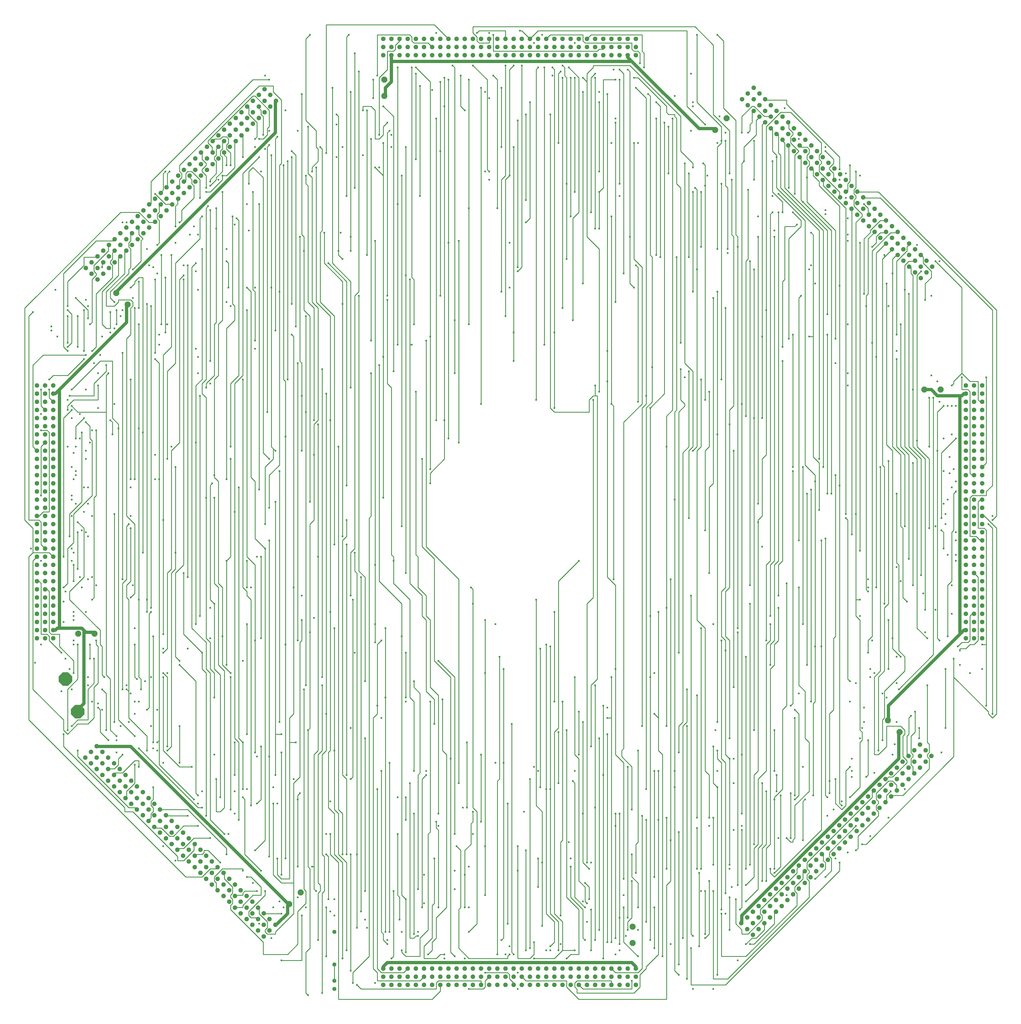
<source format=gbr>
G04 EAGLE Gerber RS-274X export*
G75*
%MOMM*%
%FSLAX34Y34*%
%LPD*%
%INBottom Copper*%
%IPPOS*%
%AMOC8*
5,1,8,0,0,1.08239X$1,22.5*%
G01*
%ADD10P,1.484606X8X202.500000*%
%ADD11P,1.484606X8X292.500000*%
%ADD12P,1.484606X8X112.500000*%
%ADD13P,1.484606X8X67.500000*%
%ADD14P,1.484606X8X157.500000*%
%ADD15P,1.484606X8X337.500000*%
%ADD16P,1.484606X8X247.500000*%
%ADD17P,4.508804X8X22.500000*%
%ADD18P,1.319650X8X292.500000*%
%ADD19P,1.319650X8X112.500000*%
%ADD20C,1.905000*%
%ADD21P,2.061953X8X202.500000*%
%ADD22P,2.061953X8X247.500000*%
%ADD23P,2.061953X8X292.500000*%
%ADD24P,2.061953X8X337.500000*%
%ADD25P,2.061953X8X22.500000*%
%ADD26P,2.061953X8X67.500000*%
%ADD27P,1.484606X8X22.500000*%
%ADD28P,2.061953X8X112.500000*%
%ADD29P,2.061953X8X157.500000*%
%ADD30C,0.254000*%
%ADD31C,0.609600*%
%ADD32C,1.000000*%


D10*
X-1422400Y-393700D03*
X-1422400Y-368300D03*
X-1422400Y-342900D03*
X-1422400Y-317500D03*
X-1422400Y-292100D03*
X-1422400Y-266700D03*
X-1422400Y-241300D03*
X-1422400Y-215900D03*
X-1422400Y-190500D03*
X-1422400Y-165100D03*
X-1422400Y-139700D03*
X-1422400Y-114300D03*
X-1422400Y-88900D03*
X-1422400Y-63500D03*
X-1422400Y-38100D03*
X-1422400Y-12700D03*
X-1422400Y12700D03*
X-1422400Y38100D03*
X-1422400Y63500D03*
X-1422400Y88900D03*
X-1422400Y114300D03*
X-1422400Y139700D03*
X-1422400Y165100D03*
X-1422400Y190500D03*
X-1422400Y215900D03*
X-1422400Y241300D03*
X-1422400Y266700D03*
X-1422400Y292100D03*
X-1422400Y317500D03*
X-1422400Y342900D03*
X-1422400Y368300D03*
X-1422400Y393700D03*
X-1473200Y-393700D03*
X-1473200Y-368300D03*
X-1473200Y-342900D03*
X-1473200Y-317500D03*
X-1473200Y-292100D03*
X-1473200Y-266700D03*
X-1473200Y-241300D03*
X-1473200Y-215900D03*
X-1473200Y-190500D03*
X-1473200Y-165100D03*
X-1473200Y-139700D03*
X-1473200Y-114300D03*
X-1473200Y-88900D03*
X-1473200Y-63500D03*
X-1473200Y-38100D03*
X-1473200Y-12700D03*
X-1473200Y12700D03*
X-1473200Y38100D03*
X-1473200Y63500D03*
X-1473200Y88900D03*
X-1473200Y114300D03*
X-1473200Y139700D03*
X-1473200Y165100D03*
X-1473200Y190500D03*
X-1473200Y215900D03*
X-1473200Y241300D03*
X-1473200Y266700D03*
X-1473200Y292100D03*
X-1473200Y317500D03*
X-1473200Y342900D03*
X-1473200Y368300D03*
X-1473200Y393700D03*
X-1447800Y-393700D03*
X-1447800Y-368300D03*
X-1447800Y-342900D03*
X-1447800Y-317500D03*
X-1447800Y-292100D03*
X-1447800Y-266700D03*
X-1447800Y-241300D03*
X-1447800Y-215900D03*
X-1447800Y-190500D03*
X-1447800Y-165100D03*
X-1447800Y-139700D03*
X-1447800Y-114300D03*
X-1447800Y-88900D03*
X-1447800Y-63500D03*
X-1447800Y-38100D03*
X-1447800Y-12700D03*
X-1447800Y12700D03*
X-1447800Y38100D03*
X-1447800Y63500D03*
X-1447800Y88900D03*
X-1447800Y114300D03*
X-1447800Y139700D03*
X-1447800Y165100D03*
X-1447800Y190500D03*
X-1447800Y215900D03*
X-1447800Y241300D03*
X-1447800Y266700D03*
X-1447800Y292100D03*
X-1447800Y317500D03*
X-1447800Y342900D03*
X-1447800Y368300D03*
X-1447800Y393700D03*
D11*
X393700Y-1422400D03*
X368300Y-1422400D03*
X342900Y-1422400D03*
X317500Y-1422400D03*
X292100Y-1422400D03*
X266700Y-1422400D03*
X241300Y-1422400D03*
X215900Y-1422400D03*
X190500Y-1422400D03*
X165100Y-1422400D03*
X139700Y-1422400D03*
X114300Y-1422400D03*
X88900Y-1422400D03*
X63500Y-1422400D03*
X38100Y-1422400D03*
X12700Y-1422400D03*
X-12700Y-1422400D03*
X-38100Y-1422400D03*
X-63500Y-1422400D03*
X-88900Y-1422400D03*
X-114300Y-1422400D03*
X-139700Y-1422400D03*
X-165100Y-1422400D03*
X-190500Y-1422400D03*
X-215900Y-1422400D03*
X-241300Y-1422400D03*
X-266700Y-1422400D03*
X-292100Y-1422400D03*
X-317500Y-1422400D03*
X-342900Y-1422400D03*
X-368300Y-1422400D03*
X-393700Y-1422400D03*
X393700Y-1473200D03*
X368300Y-1473200D03*
X342900Y-1473200D03*
X317500Y-1473200D03*
X292100Y-1473200D03*
X266700Y-1473200D03*
X241300Y-1473200D03*
X215900Y-1473200D03*
X190500Y-1473200D03*
X165100Y-1473200D03*
X139700Y-1473200D03*
X114300Y-1473200D03*
X88900Y-1473200D03*
X63500Y-1473200D03*
X38100Y-1473200D03*
X12700Y-1473200D03*
X-12700Y-1473200D03*
X-38100Y-1473200D03*
X-63500Y-1473200D03*
X-88900Y-1473200D03*
X-114300Y-1473200D03*
X-139700Y-1473200D03*
X-165100Y-1473200D03*
X-190500Y-1473200D03*
X-215900Y-1473200D03*
X-241300Y-1473200D03*
X-266700Y-1473200D03*
X-292100Y-1473200D03*
X-317500Y-1473200D03*
X-342900Y-1473200D03*
X-368300Y-1473200D03*
X-393700Y-1473200D03*
X393700Y-1447800D03*
X368300Y-1447800D03*
X342900Y-1447800D03*
X317500Y-1447800D03*
X292100Y-1447800D03*
X266700Y-1447800D03*
X241300Y-1447800D03*
X215900Y-1447800D03*
X190500Y-1447800D03*
X165100Y-1447800D03*
X139700Y-1447800D03*
X114300Y-1447800D03*
X88900Y-1447800D03*
X63500Y-1447800D03*
X38100Y-1447800D03*
X12700Y-1447800D03*
X-12700Y-1447800D03*
X-38100Y-1447800D03*
X-63500Y-1447800D03*
X-88900Y-1447800D03*
X-114300Y-1447800D03*
X-139700Y-1447800D03*
X-165100Y-1447800D03*
X-190500Y-1447800D03*
X-215900Y-1447800D03*
X-241300Y-1447800D03*
X-266700Y-1447800D03*
X-292100Y-1447800D03*
X-317500Y-1447800D03*
X-342900Y-1447800D03*
X-368300Y-1447800D03*
X-393700Y-1447800D03*
D12*
X-393700Y1422400D03*
X-368300Y1422400D03*
X-342900Y1422400D03*
X-317500Y1422400D03*
X-292100Y1422400D03*
X-266700Y1422400D03*
X-241300Y1422400D03*
X-215900Y1422400D03*
X-190500Y1422400D03*
X-165100Y1422400D03*
X-139700Y1422400D03*
X-114300Y1422400D03*
X-88900Y1422400D03*
X-63500Y1422400D03*
X-38100Y1422400D03*
X-12700Y1422400D03*
X12700Y1422400D03*
X38100Y1422400D03*
X63500Y1422400D03*
X88900Y1422400D03*
X114300Y1422400D03*
X139700Y1422400D03*
X165100Y1422400D03*
X190500Y1422400D03*
X215900Y1422400D03*
X241300Y1422400D03*
X266700Y1422400D03*
X292100Y1422400D03*
X317500Y1422400D03*
X342900Y1422400D03*
X368300Y1422400D03*
X393700Y1422400D03*
X-393700Y1473200D03*
X-368300Y1473200D03*
X-342900Y1473200D03*
X-317500Y1473200D03*
X-292100Y1473200D03*
X-266700Y1473200D03*
X-241300Y1473200D03*
X-215900Y1473200D03*
X-190500Y1473200D03*
X-165100Y1473200D03*
X-139700Y1473200D03*
X-114300Y1473200D03*
X-88900Y1473200D03*
X-63500Y1473200D03*
X-38100Y1473200D03*
X-12700Y1473200D03*
X12700Y1473200D03*
X38100Y1473200D03*
X63500Y1473200D03*
X88900Y1473200D03*
X114300Y1473200D03*
X139700Y1473200D03*
X165100Y1473200D03*
X190500Y1473200D03*
X215900Y1473200D03*
X241300Y1473200D03*
X266700Y1473200D03*
X292100Y1473200D03*
X317500Y1473200D03*
X342900Y1473200D03*
X368300Y1473200D03*
X393700Y1473200D03*
X-393700Y1447800D03*
X-368300Y1447800D03*
X-342900Y1447800D03*
X-317500Y1447800D03*
X-292100Y1447800D03*
X-266700Y1447800D03*
X-241300Y1447800D03*
X-215900Y1447800D03*
X-190500Y1447800D03*
X-165100Y1447800D03*
X-139700Y1447800D03*
X-114300Y1447800D03*
X-88900Y1447800D03*
X-63500Y1447800D03*
X-38100Y1447800D03*
X-12700Y1447800D03*
X12700Y1447800D03*
X38100Y1447800D03*
X63500Y1447800D03*
X88900Y1447800D03*
X114300Y1447800D03*
X139700Y1447800D03*
X165100Y1447800D03*
X190500Y1447800D03*
X215900Y1447800D03*
X241300Y1447800D03*
X266700Y1447800D03*
X292100Y1447800D03*
X317500Y1447800D03*
X342900Y1447800D03*
X368300Y1447800D03*
X393700Y1447800D03*
D13*
X724829Y1285109D03*
X742790Y1267148D03*
X760750Y1249188D03*
X778711Y1231227D03*
X796671Y1213267D03*
X814632Y1195306D03*
X832592Y1177346D03*
X850553Y1159385D03*
X868513Y1141425D03*
X886474Y1123464D03*
X904434Y1105504D03*
X922395Y1087543D03*
X940355Y1069583D03*
X958316Y1051622D03*
X976276Y1033662D03*
X994237Y1015701D03*
X1012197Y997741D03*
X1030158Y979780D03*
X1048118Y961820D03*
X1066079Y943859D03*
X1084039Y925899D03*
X1102000Y907938D03*
X1119960Y889978D03*
X1137921Y872017D03*
X1155881Y854057D03*
X1173842Y836096D03*
X1191802Y818136D03*
X1209763Y800175D03*
X1227723Y782215D03*
X1245684Y764254D03*
X1263644Y746293D03*
X1281605Y728333D03*
X760750Y1321030D03*
X778711Y1303069D03*
X796671Y1285109D03*
X814632Y1267148D03*
X832592Y1249188D03*
X850553Y1231227D03*
X868513Y1213267D03*
X886474Y1195306D03*
X904434Y1177346D03*
X922395Y1159385D03*
X940355Y1141425D03*
X958316Y1123464D03*
X976276Y1105504D03*
X994237Y1087543D03*
X1012197Y1069583D03*
X1030158Y1051622D03*
X1048118Y1033662D03*
X1066079Y1015701D03*
X1084039Y997741D03*
X1102000Y979780D03*
X1119960Y961820D03*
X1137921Y943859D03*
X1155881Y925899D03*
X1173842Y907938D03*
X1191802Y889978D03*
X1209763Y872017D03*
X1227723Y854057D03*
X1245684Y836096D03*
X1263644Y818136D03*
X1281605Y800175D03*
X1299565Y782215D03*
X1317526Y764254D03*
X742790Y1303069D03*
X760750Y1285109D03*
X778711Y1267148D03*
X796671Y1249188D03*
X814632Y1231227D03*
X832592Y1213267D03*
X850553Y1195306D03*
X868513Y1177346D03*
X886474Y1159385D03*
X904434Y1141425D03*
X922395Y1123464D03*
X940355Y1105504D03*
X958316Y1087543D03*
X976276Y1069583D03*
X994237Y1051622D03*
X1012197Y1033662D03*
X1030158Y1015701D03*
X1048118Y997741D03*
X1066079Y979780D03*
X1084039Y961820D03*
X1102000Y943859D03*
X1119960Y925899D03*
X1137921Y907938D03*
X1155881Y889978D03*
X1173842Y872017D03*
X1191802Y854057D03*
X1209763Y836096D03*
X1227723Y818136D03*
X1245684Y800175D03*
X1263644Y782215D03*
X1281605Y764254D03*
X1299565Y746293D03*
D14*
X-1284769Y724009D03*
X-1266809Y741970D03*
X-1248848Y759930D03*
X-1230888Y777891D03*
X-1212927Y795851D03*
X-1194967Y813812D03*
X-1177006Y831772D03*
X-1159046Y849733D03*
X-1141085Y867694D03*
X-1123125Y885654D03*
X-1105164Y903615D03*
X-1087204Y921575D03*
X-1069243Y939536D03*
X-1051283Y957496D03*
X-1033322Y975457D03*
X-1015362Y993417D03*
X-997401Y1011378D03*
X-979441Y1029338D03*
X-961480Y1047299D03*
X-943520Y1065259D03*
X-925559Y1083220D03*
X-907599Y1101180D03*
X-889638Y1119141D03*
X-871678Y1137101D03*
X-853717Y1155062D03*
X-835757Y1173022D03*
X-817796Y1190983D03*
X-799836Y1208943D03*
X-781875Y1226904D03*
X-763915Y1244864D03*
X-745954Y1262825D03*
X-727994Y1280785D03*
X-1320690Y759930D03*
X-1302730Y777891D03*
X-1284769Y795851D03*
X-1266809Y813812D03*
X-1248848Y831772D03*
X-1230888Y849733D03*
X-1212927Y867694D03*
X-1194967Y885654D03*
X-1177006Y903615D03*
X-1159046Y921575D03*
X-1141085Y939536D03*
X-1123125Y957496D03*
X-1105164Y975457D03*
X-1087204Y993417D03*
X-1069243Y1011378D03*
X-1051283Y1029338D03*
X-1033322Y1047299D03*
X-1015362Y1065259D03*
X-997401Y1083220D03*
X-979441Y1101180D03*
X-961480Y1119141D03*
X-943520Y1137101D03*
X-925559Y1155062D03*
X-907599Y1173022D03*
X-889638Y1190983D03*
X-871678Y1208943D03*
X-853717Y1226904D03*
X-835757Y1244864D03*
X-817796Y1262825D03*
X-799836Y1280785D03*
X-781875Y1298746D03*
X-763915Y1316706D03*
X-1302730Y741970D03*
X-1284769Y759930D03*
X-1266809Y777891D03*
X-1248848Y795851D03*
X-1230888Y813812D03*
X-1212927Y831772D03*
X-1194967Y849733D03*
X-1177006Y867694D03*
X-1159046Y885654D03*
X-1141085Y903615D03*
X-1123125Y921575D03*
X-1105164Y939536D03*
X-1087204Y957496D03*
X-1069243Y975457D03*
X-1051283Y993417D03*
X-1033322Y1011378D03*
X-1015362Y1029338D03*
X-997401Y1047299D03*
X-979441Y1065259D03*
X-961480Y1083220D03*
X-943520Y1101180D03*
X-925559Y1119141D03*
X-907599Y1137101D03*
X-889638Y1155062D03*
X-871678Y1173022D03*
X-853717Y1190983D03*
X-835757Y1208943D03*
X-817796Y1226904D03*
X-799836Y1244864D03*
X-781875Y1262825D03*
X-763915Y1280785D03*
X-745954Y1298746D03*
D15*
X1279245Y-724274D03*
X1261284Y-742234D03*
X1243324Y-760195D03*
X1225363Y-778155D03*
X1207403Y-796116D03*
X1189442Y-814076D03*
X1171481Y-832037D03*
X1153521Y-849997D03*
X1135560Y-867958D03*
X1117600Y-885918D03*
X1099639Y-903879D03*
X1081679Y-921839D03*
X1063718Y-939800D03*
X1045758Y-957760D03*
X1027797Y-975721D03*
X1009837Y-993682D03*
X991876Y-1011642D03*
X973916Y-1029603D03*
X955955Y-1047563D03*
X937995Y-1065524D03*
X920034Y-1083484D03*
X902074Y-1101445D03*
X884113Y-1119405D03*
X866153Y-1137366D03*
X848192Y-1155326D03*
X830232Y-1173287D03*
X812271Y-1191247D03*
X794311Y-1209208D03*
X776350Y-1227168D03*
X758390Y-1245129D03*
X740429Y-1263089D03*
X722469Y-1281050D03*
X1315166Y-760195D03*
X1297205Y-778155D03*
X1279245Y-796116D03*
X1261284Y-814076D03*
X1243324Y-832037D03*
X1225363Y-849997D03*
X1207403Y-867958D03*
X1189442Y-885918D03*
X1171481Y-903879D03*
X1153521Y-921839D03*
X1135560Y-939800D03*
X1117600Y-957760D03*
X1099639Y-975721D03*
X1081679Y-993682D03*
X1063718Y-1011642D03*
X1045758Y-1029603D03*
X1027797Y-1047563D03*
X1009837Y-1065524D03*
X991876Y-1083484D03*
X973916Y-1101445D03*
X955955Y-1119405D03*
X937995Y-1137366D03*
X920034Y-1155326D03*
X902074Y-1173287D03*
X884113Y-1191247D03*
X866153Y-1209208D03*
X848192Y-1227168D03*
X830232Y-1245129D03*
X812271Y-1263089D03*
X794311Y-1281050D03*
X776350Y-1299010D03*
X758390Y-1316971D03*
X1297205Y-742234D03*
X1279245Y-760195D03*
X1261284Y-778155D03*
X1243324Y-796116D03*
X1225363Y-814076D03*
X1207403Y-832037D03*
X1189442Y-849997D03*
X1171481Y-867958D03*
X1153521Y-885918D03*
X1135560Y-903879D03*
X1117600Y-921839D03*
X1099639Y-939800D03*
X1081679Y-957760D03*
X1063718Y-975721D03*
X1045758Y-993682D03*
X1027797Y-1011642D03*
X1009837Y-1029603D03*
X991876Y-1047563D03*
X973916Y-1065524D03*
X955955Y-1083484D03*
X937995Y-1101445D03*
X920034Y-1119405D03*
X902074Y-1137366D03*
X884113Y-1155326D03*
X866153Y-1173287D03*
X848192Y-1191247D03*
X830232Y-1209208D03*
X812271Y-1227168D03*
X794311Y-1245129D03*
X776350Y-1263089D03*
X758390Y-1281050D03*
X740429Y-1299010D03*
D16*
X-730173Y-1286046D03*
X-748133Y-1268085D03*
X-766094Y-1250125D03*
X-784054Y-1232164D03*
X-802015Y-1214204D03*
X-819975Y-1196243D03*
X-837936Y-1178283D03*
X-855896Y-1160322D03*
X-873857Y-1142362D03*
X-891817Y-1124401D03*
X-909778Y-1106441D03*
X-927738Y-1088480D03*
X-945699Y-1070520D03*
X-963659Y-1052559D03*
X-981620Y-1034599D03*
X-999580Y-1016638D03*
X-1017541Y-998678D03*
X-1035501Y-980717D03*
X-1053462Y-962757D03*
X-1071422Y-944796D03*
X-1089383Y-926836D03*
X-1107343Y-908875D03*
X-1125304Y-890915D03*
X-1143264Y-872954D03*
X-1161225Y-854994D03*
X-1179185Y-837033D03*
X-1197146Y-819073D03*
X-1215106Y-801112D03*
X-1233067Y-783151D03*
X-1251027Y-765191D03*
X-1268988Y-747230D03*
X-1286948Y-729270D03*
X-766094Y-1321967D03*
X-784054Y-1304006D03*
X-802015Y-1286046D03*
X-819975Y-1268085D03*
X-837936Y-1250125D03*
X-855896Y-1232164D03*
X-873857Y-1214204D03*
X-891817Y-1196243D03*
X-909778Y-1178283D03*
X-927738Y-1160322D03*
X-945699Y-1142362D03*
X-963659Y-1124401D03*
X-981620Y-1106441D03*
X-999580Y-1088480D03*
X-1017541Y-1070520D03*
X-1035501Y-1052559D03*
X-1053462Y-1034599D03*
X-1071422Y-1016638D03*
X-1089383Y-998678D03*
X-1107343Y-980717D03*
X-1125304Y-962757D03*
X-1143264Y-944796D03*
X-1161225Y-926836D03*
X-1179185Y-908875D03*
X-1197146Y-890915D03*
X-1215106Y-872954D03*
X-1233067Y-854994D03*
X-1251027Y-837033D03*
X-1268988Y-819073D03*
X-1286948Y-801112D03*
X-1304909Y-783151D03*
X-1322869Y-765191D03*
X-748133Y-1304006D03*
X-766094Y-1286046D03*
X-784054Y-1268085D03*
X-802015Y-1250125D03*
X-819975Y-1232164D03*
X-837936Y-1214204D03*
X-855896Y-1196243D03*
X-873857Y-1178283D03*
X-891817Y-1160322D03*
X-909778Y-1142362D03*
X-927738Y-1124401D03*
X-945699Y-1106441D03*
X-963659Y-1088480D03*
X-981620Y-1070520D03*
X-999580Y-1052559D03*
X-1017541Y-1034599D03*
X-1035501Y-1016638D03*
X-1053462Y-998678D03*
X-1071422Y-980717D03*
X-1089383Y-962757D03*
X-1107343Y-944796D03*
X-1125304Y-926836D03*
X-1143264Y-908875D03*
X-1161225Y-890915D03*
X-1179185Y-872954D03*
X-1197146Y-854994D03*
X-1215106Y-837033D03*
X-1233067Y-819073D03*
X-1251027Y-801112D03*
X-1268988Y-783151D03*
X-1286948Y-765191D03*
X-1304909Y-747230D03*
D17*
X-1384300Y-520700D03*
X-1346200Y-622300D03*
D18*
X-546100Y-1460500D03*
X-546100Y-1485900D03*
D19*
X-546100Y-1409700D03*
X-546100Y-1308100D03*
D20*
X-1293859Y-379459D03*
D21*
X-1344659Y-379459D03*
D20*
X-650782Y-1185458D03*
D22*
X-686703Y-1221379D03*
D20*
X383817Y-1291680D03*
D23*
X383817Y-1342480D03*
D20*
X1179559Y-649241D03*
D24*
X1215480Y-685162D03*
D20*
X1293221Y381000D03*
D25*
X1344021Y381000D03*
D20*
X640899Y1190080D03*
D26*
X676820Y1226001D03*
D27*
X1422400Y393700D03*
X1422400Y368300D03*
X1422400Y342900D03*
X1422400Y317500D03*
X1422400Y292100D03*
X1422400Y266700D03*
X1422400Y241300D03*
X1422400Y215900D03*
X1422400Y190500D03*
X1422400Y165100D03*
X1422400Y139700D03*
X1422400Y114300D03*
X1422400Y88900D03*
X1422400Y63500D03*
X1422400Y38100D03*
X1422400Y12700D03*
X1422400Y-12700D03*
X1422400Y-38100D03*
X1422400Y-63500D03*
X1422400Y-88900D03*
X1422400Y-114300D03*
X1422400Y-139700D03*
X1422400Y-165100D03*
X1422400Y-190500D03*
X1422400Y-215900D03*
X1422400Y-241300D03*
X1422400Y-266700D03*
X1422400Y-292100D03*
X1422400Y-317500D03*
X1422400Y-342900D03*
X1422400Y-368300D03*
X1422400Y-393700D03*
X1473200Y393700D03*
X1473200Y368300D03*
X1473200Y342900D03*
X1473200Y317500D03*
X1473200Y292100D03*
X1473200Y266700D03*
X1473200Y241300D03*
X1473200Y215900D03*
X1473200Y190500D03*
X1473200Y165100D03*
X1473200Y139700D03*
X1473200Y114300D03*
X1473200Y88900D03*
X1473200Y63500D03*
X1473200Y38100D03*
X1473200Y12700D03*
X1473200Y-12700D03*
X1473200Y-38100D03*
X1473200Y-63500D03*
X1473200Y-88900D03*
X1473200Y-114300D03*
X1473200Y-139700D03*
X1473200Y-165100D03*
X1473200Y-190500D03*
X1473200Y-215900D03*
X1473200Y-241300D03*
X1473200Y-266700D03*
X1473200Y-292100D03*
X1473200Y-317500D03*
X1473200Y-342900D03*
X1473200Y-368300D03*
X1473200Y-393700D03*
X1447800Y393700D03*
X1447800Y368300D03*
X1447800Y342900D03*
X1447800Y317500D03*
X1447800Y292100D03*
X1447800Y266700D03*
X1447800Y241300D03*
X1447800Y215900D03*
X1447800Y190500D03*
X1447800Y165100D03*
X1447800Y139700D03*
X1447800Y114300D03*
X1447800Y88900D03*
X1447800Y63500D03*
X1447800Y38100D03*
X1447800Y12700D03*
X1447800Y-12700D03*
X1447800Y-38100D03*
X1447800Y-63500D03*
X1447800Y-88900D03*
X1447800Y-114300D03*
X1447800Y-139700D03*
X1447800Y-165100D03*
X1447800Y-190500D03*
X1447800Y-215900D03*
X1447800Y-241300D03*
X1447800Y-266700D03*
X1447800Y-292100D03*
X1447800Y-317500D03*
X1447800Y-342900D03*
X1447800Y-368300D03*
X1447800Y-393700D03*
D20*
X-390618Y1295400D03*
D28*
X-390618Y1346200D03*
D20*
X-1190080Y646159D03*
D29*
X-1226001Y682080D03*
D30*
X-781050Y-1238250D02*
X-781050Y-1250950D01*
X-755650Y-1276350D01*
X-755650Y-1295400D01*
X-762000Y-1301750D01*
X-762000Y-1308100D01*
X-755650Y-1314450D01*
X-730250Y-1314450D01*
X-730250Y-1308100D01*
X-673100Y-1250950D01*
X-673100Y-1155700D02*
X-673100Y-844550D01*
X-673100Y-1155700D02*
X-673100Y-1250950D01*
X-673100Y-844550D02*
X-654050Y-825500D01*
X-654050Y-406400D01*
X-647700Y-400050D01*
X-647700Y-336550D01*
X-784054Y-1232164D02*
X-781050Y-1238250D01*
X317500Y-1422400D02*
X330200Y-1435100D01*
X400050Y-1435100D01*
X412750Y-1422400D01*
X412750Y-946150D01*
X-736600Y-908050D02*
X-736600Y-1130300D01*
X-711200Y-1155700D01*
X-673100Y-1155700D01*
X317500Y-1422400D02*
X317500Y-1422400D01*
X723900Y-939800D02*
X723900Y-755650D01*
X768350Y1219200D02*
X774700Y1225550D01*
X768350Y1219200D02*
X768350Y1174750D01*
X730250Y1136650D01*
X730250Y1092200D01*
X774700Y1225550D02*
X778711Y1231227D01*
X723900Y1085850D02*
X723900Y336550D01*
X723900Y1085850D02*
X730250Y1092200D01*
X723900Y336550D02*
X723900Y-755650D01*
D31*
X-647700Y-336550D03*
X-1358900Y-336550D03*
X412750Y-946150D03*
X-736600Y-908050D03*
X1193800Y-755650D03*
X723900Y-755650D03*
X723900Y-939800D03*
X-1174750Y666750D03*
X-869950Y641350D03*
X730250Y1092200D03*
X-406400Y1073150D03*
X723900Y336550D03*
D30*
X438150Y-514350D02*
X438150Y-1333500D01*
X438150Y-514350D02*
X438150Y-323850D01*
X-1327150Y501650D02*
X-1327150Y628650D01*
X-965200Y361950D02*
X-965200Y-323850D01*
X-469900Y685800D02*
X-469900Y1371600D01*
X-469900Y685800D02*
X-482600Y673100D01*
X-482600Y-114300D01*
X-495300Y-127000D01*
X-495300Y-260350D01*
X438150Y-323850D02*
X438150Y323850D01*
X482600Y368300D02*
X482600Y1212850D01*
X482600Y368300D02*
X438150Y323850D01*
D31*
X438150Y-1333500D03*
X438150Y-514350D03*
X1123950Y-514350D03*
X-1358900Y-323850D03*
X438150Y-323850D03*
X-1327150Y628650D03*
X-1327150Y501650D03*
X-965200Y361950D03*
X-965200Y-323850D03*
X-736600Y-1231900D03*
X-609600Y-330200D03*
X-469900Y1371600D03*
X-495300Y-260350D03*
X1365250Y330200D03*
X438150Y323850D03*
X482600Y1212850D03*
D30*
X463550Y-958850D02*
X463550Y-1377950D01*
X425450Y-1416050D01*
X425450Y-1422400D01*
X406400Y-1441450D01*
X406400Y-1479550D01*
X387350Y-1498600D01*
X209550Y-1498600D01*
X209550Y-1485900D01*
X203200Y-1479550D01*
X203200Y-1466850D01*
X209550Y-1460500D01*
X317500Y-1460500D01*
X317500Y-1473200D01*
X1257300Y-812800D02*
X1257300Y-793750D01*
X1250950Y-787400D01*
X1250950Y-768350D01*
X1257300Y-762000D01*
X1257300Y-755650D01*
X1250950Y-749300D01*
X1250950Y-698500D01*
X1263650Y-685800D01*
X1263650Y-622300D01*
X463550Y-806450D02*
X463550Y-958850D01*
X1257300Y-812800D02*
X1261284Y-814076D01*
X-1295400Y-266700D02*
X-1301750Y-273050D01*
X-1295400Y-266700D02*
X-1295400Y44450D01*
X-1289050Y50800D01*
X-1289050Y254000D01*
X-1377950Y514350D02*
X-1365250Y527050D01*
X-1365250Y615950D01*
X-1377950Y628650D01*
X-552450Y774700D02*
X-552450Y1320800D01*
X-552450Y774700D02*
X-495300Y717550D01*
X-495300Y387350D01*
X425450Y1289050D02*
X393700Y1320800D01*
X425450Y1289050D02*
X425450Y361950D01*
X412750Y323850D02*
X412750Y-666750D01*
X412750Y323850D02*
X425450Y336550D01*
X425450Y361950D01*
D31*
X-704850Y-1231900D03*
X463550Y-958850D03*
X1263650Y-622300D03*
X641350Y-679450D03*
X463550Y-806450D03*
X-1390650Y-342900D03*
X-1301750Y-273050D03*
X-1289050Y254000D03*
X-1377950Y514350D03*
X-1377950Y628650D03*
X-552450Y1320800D03*
X-495300Y387350D03*
X-1320800Y381000D03*
X1339850Y342900D03*
X393700Y1320800D03*
X425450Y361950D03*
X412750Y-666750D03*
D30*
X-1377950Y527050D02*
X-1377950Y609600D01*
X-793750Y685800D02*
X-793750Y533400D01*
X-793750Y685800D02*
X-800100Y692150D01*
X-800100Y996950D01*
X12700Y1136650D02*
X12700Y558800D01*
X1282700Y800100D02*
X1289050Y793750D01*
X1289050Y774700D01*
X1314450Y749300D01*
X1314450Y730250D01*
X1295400Y711200D01*
X1295400Y660400D01*
X12700Y558800D02*
X12700Y469900D01*
X1281605Y800175D02*
X1282700Y800100D01*
X527050Y-996950D02*
X527050Y-1409700D01*
X736600Y-1346200D02*
X755650Y-1327150D01*
X768350Y-1327150D01*
X793750Y-1301750D01*
X793750Y-1282700D01*
X794311Y-1281050D01*
X-1346200Y-647700D02*
X-1365250Y-666750D01*
X-1346200Y-647700D02*
X-1314450Y-647700D01*
X-1314450Y-552450D01*
X-1295400Y-533400D01*
X-1295400Y-457200D01*
X-222250Y-463550D02*
X-171450Y-514350D01*
X-171450Y-1003300D01*
D31*
X-1428750Y577850D03*
X-1377950Y609600D03*
X-1377950Y527050D03*
X-793750Y533400D03*
X-800100Y996950D03*
X400050Y1149350D03*
X12700Y1136650D03*
X12700Y558800D03*
X1295400Y660400D03*
X1016000Y463550D03*
X12700Y469900D03*
X527050Y-996950D03*
X527050Y-1409700D03*
X736600Y-1346200D03*
X-1365250Y-666750D03*
X-1295400Y-457200D03*
X-222250Y-463550D03*
X-171450Y-1003300D03*
X1206500Y-533400D03*
X1079500Y-533400D03*
D30*
X374650Y1371600D02*
X368300Y1377950D01*
X374650Y857250D02*
X374650Y711200D01*
X374650Y857250D02*
X374650Y1371600D01*
X374650Y711200D02*
X387350Y698500D01*
X1231900Y692150D02*
X1231900Y768350D01*
X1244600Y781050D01*
X1257300Y781050D01*
X1263644Y782215D01*
X1270000Y-361950D02*
X1301750Y-393700D01*
X1270000Y-361950D02*
X1270000Y165100D01*
X1231900Y203200D01*
X1231900Y692150D01*
X-1377950Y330200D02*
X-1377950Y317500D01*
X-1377950Y330200D02*
X-1358900Y349250D01*
X-1282700Y349250D01*
X-1282700Y393700D01*
X-1231900Y-6350D02*
X-1231900Y-654050D01*
X-774700Y1250950D02*
X-781050Y1257300D01*
X-774700Y1250950D02*
X-774700Y1238250D01*
X-768350Y1231900D01*
X-768350Y1174750D01*
X-914400Y882650D02*
X-914400Y590550D01*
X-914400Y882650D02*
X-914400Y946150D01*
X-914400Y590550D02*
X-920750Y584200D01*
X-920750Y425450D01*
X-946150Y400050D01*
X-946150Y387350D01*
X-781050Y1257300D02*
X-781875Y1262825D01*
X-342900Y-1200150D02*
X-342900Y-1270000D01*
X-342900Y-1200150D02*
X-349250Y-1193800D01*
X-349250Y-1003300D01*
D31*
X368300Y1377950D03*
X387350Y698500D03*
X1231900Y692150D03*
X1301750Y-393700D03*
X-450850Y-1270000D03*
X241300Y-1276350D03*
X-1377950Y317500D03*
X-1282700Y393700D03*
X-1231900Y-6350D03*
X-1231900Y-654050D03*
X-768350Y1174750D03*
X-914400Y946150D03*
X-946150Y387350D03*
X-342900Y-1270000D03*
X-349250Y-1003300D03*
X374650Y857250D03*
X-914400Y882650D03*
D30*
X-260350Y-819150D02*
X-273050Y-831850D01*
X-273050Y-1231900D01*
X787400Y-1149350D02*
X787400Y-1047750D01*
X800100Y-1035050D01*
X800100Y-869950D01*
X-1422400Y342900D02*
X-1435100Y355600D01*
X-1435100Y381000D01*
X-730250Y565150D02*
X-730250Y1162050D01*
X-723900Y1168400D01*
X-1422400Y342900D02*
X-1422400Y342900D01*
X431800Y1301750D02*
X438150Y1295400D01*
X438150Y800100D01*
X444500Y793750D01*
X444500Y450850D01*
X1257300Y381000D02*
X1257300Y736600D01*
X1250950Y742950D01*
X1250950Y762000D01*
X1245684Y764254D01*
X1295400Y165100D02*
X1295400Y-304800D01*
X1295400Y165100D02*
X1257300Y203200D01*
X1257300Y381000D01*
X425450Y323850D02*
X425450Y-863600D01*
X425450Y323850D02*
X444500Y342900D01*
X444500Y450850D01*
D31*
X-260350Y-819150D03*
X-273050Y-1231900D03*
X692150Y-1168400D03*
X787400Y-1149350D03*
X800100Y-869950D03*
X-1435100Y381000D03*
X-1231900Y571500D03*
X-730250Y565150D03*
X-723900Y1168400D03*
X431800Y1301750D03*
X444500Y450850D03*
X1257300Y381000D03*
X1295400Y-304800D03*
X-793750Y508000D03*
X425450Y-863600D03*
D30*
X-1346200Y311150D02*
X-1365250Y330200D01*
X-1346200Y311150D02*
X-1257300Y311150D01*
X-1257300Y-508000D01*
X-1244600Y-520700D01*
X-1244600Y-679450D01*
X-1225550Y-698500D01*
X-812800Y1238250D02*
X-812800Y1263650D01*
X-812800Y1238250D02*
X-787400Y1212850D01*
X-787400Y1168400D01*
X-793750Y1162050D01*
X-933450Y939800D02*
X-933450Y469900D01*
X-1250950Y431800D02*
X-1257300Y425450D01*
X-1257300Y311150D01*
X-817796Y1262825D02*
X-812800Y1263650D01*
X-488950Y-1435100D02*
X-488950Y-1466850D01*
X-488950Y-1435100D02*
X-438150Y-1384300D01*
X-438150Y-19050D01*
X-431800Y-12700D01*
X-431800Y431800D01*
X304800Y406400D02*
X304800Y501650D01*
X304800Y1301750D01*
X622300Y-1314450D02*
X609600Y-1327150D01*
X622300Y-1314450D02*
X622300Y-1149350D01*
X355600Y-1143000D02*
X355600Y-781050D01*
X330200Y-755650D01*
X330200Y-488950D02*
X330200Y-228600D01*
X330200Y-488950D02*
X330200Y-755650D01*
X330200Y-228600D02*
X304800Y-203200D01*
X304800Y406400D01*
D31*
X-1365250Y330200D03*
X-1225550Y-698500D03*
X-793750Y1162050D03*
X-933450Y939800D03*
X-933450Y469900D03*
X-971550Y431800D03*
X-1250950Y431800D03*
X-419100Y-1466850D03*
X-488950Y-1466850D03*
X-431800Y431800D03*
X304800Y1301750D03*
X304800Y406400D03*
X609600Y-1327150D03*
X622300Y-1149350D03*
X355600Y-1143000D03*
X1206500Y501650D03*
X304800Y501650D03*
X1123950Y-488950D03*
X330200Y-488950D03*
D30*
X812800Y-1111250D02*
X812800Y-1123950D01*
X825500Y-1136650D01*
X971550Y-990600D01*
X971550Y-419100D01*
X1397000Y-419100D02*
X1409700Y-406400D01*
X1428750Y-406400D01*
X1435100Y-400050D01*
X1435100Y-323850D01*
X1441450Y-317500D01*
X1447800Y-317500D01*
X-584200Y-1187450D02*
X-584200Y-1498600D01*
X-584200Y-1187450D02*
X-577850Y-1181100D01*
X-577850Y-1073150D01*
X-584200Y-1066800D01*
X-584200Y-755650D01*
X-571500Y-742950D01*
X-571500Y-628650D01*
X-1206500Y-755650D02*
X-1219200Y-768350D01*
X-1219200Y-787400D01*
X-1231900Y-800100D01*
X-1250950Y-800100D01*
X-1251027Y-801112D01*
X-1447800Y317500D02*
X-1460500Y330200D01*
X-1460500Y381000D01*
X-571500Y368300D02*
X-571500Y-628650D01*
X-1447800Y317500D02*
X-1447800Y317500D01*
X-533400Y1231900D02*
X-539750Y1238250D01*
X-533400Y1231900D02*
X-533400Y812800D01*
X457200Y800100D02*
X457200Y1225550D01*
X-520700Y787400D02*
X-533400Y800100D01*
X-533400Y812800D01*
X971550Y-88900D02*
X971550Y-419100D01*
X901700Y-88900D02*
X901700Y666750D01*
X908050Y673100D01*
D31*
X812800Y-1111250D03*
X971550Y-419100D03*
X1397000Y-419100D03*
X-584200Y-1498600D03*
X-571500Y-628650D03*
X-1168400Y-628650D03*
X-1206500Y-755650D03*
X-1460500Y381000D03*
X-1377950Y349250D03*
X-571500Y368300D03*
X-539750Y1238250D03*
X-533400Y812800D03*
X457200Y1225550D03*
X457200Y800100D03*
X-520700Y787400D03*
X679450Y806450D03*
X971550Y-88900D03*
X901700Y-88900D03*
X908050Y673100D03*
D30*
X-317500Y-1422400D02*
X-330200Y-1435100D01*
X-400050Y-1435100D01*
X-412750Y-1422400D01*
X-412750Y-863600D01*
X-317500Y-1422400D02*
X-317500Y-1422400D01*
X-1333500Y31750D02*
X-1333500Y247650D01*
X-1333500Y31750D02*
X-1371600Y-6350D01*
X-1371600Y-76200D01*
X-508000Y-101600D02*
X-508000Y-819150D01*
X-584200Y1130300D02*
X-590550Y1136650D01*
X-584200Y1130300D02*
X-584200Y876300D01*
X-590550Y869950D01*
X-590550Y654050D01*
X-546100Y609600D01*
X-546100Y-101600D01*
X-25400Y1136650D02*
X-25400Y1320800D01*
X565150Y-1314450D02*
X571500Y-1320800D01*
X565150Y-1314450D02*
X565150Y-260350D01*
X850900Y-152400D02*
X850900Y469900D01*
X850900Y-152400D02*
X838200Y-165100D01*
X838200Y-260350D01*
D31*
X-412750Y-863600D03*
X-508000Y-819150D03*
X-1333500Y247650D03*
X-1371600Y-76200D03*
X-508000Y-101600D03*
X-590550Y1136650D03*
X-546100Y-101600D03*
X323850Y1377950D03*
X-25400Y1320800D03*
X-25400Y1136650D03*
X571500Y-1320800D03*
X565150Y-260350D03*
X1377950Y-317500D03*
X850900Y469900D03*
X838200Y-260350D03*
D30*
X-495300Y-1066800D02*
X-495300Y-1428750D01*
X-736600Y196850D02*
X-742950Y203200D01*
X-736600Y196850D02*
X-730250Y190500D01*
X-742950Y698500D02*
X-742950Y1111250D01*
X-742950Y698500D02*
X-742950Y203200D01*
X825500Y-1244600D02*
X825500Y-1282700D01*
X762000Y-1346200D01*
X749300Y-1346200D01*
X590550Y-1352550D02*
X590550Y-1123950D01*
X825500Y-1123950D02*
X844550Y-1104900D01*
X844550Y-882650D01*
X825500Y-1244600D02*
X830232Y-1245129D01*
X1238250Y825500D02*
X1244600Y831850D01*
X1238250Y825500D02*
X1238250Y812800D01*
X1206500Y781050D01*
X1206500Y552450D01*
X990600Y552450D02*
X990600Y57150D01*
X927100Y57150D02*
X927100Y-476250D01*
X1244600Y831850D02*
X1245684Y836096D01*
X342900Y1022350D02*
X342900Y1346200D01*
X-1206500Y-222250D02*
X-1206500Y-552450D01*
X-1206500Y-222250D02*
X-1193800Y-209550D01*
X-1193800Y-44450D01*
X-1187450Y-38100D01*
X-762000Y-38100D02*
X-762000Y139700D01*
X-736600Y165100D01*
X-736600Y196850D01*
D31*
X-495300Y-1428750D03*
X-495300Y-1066800D03*
X-1225550Y-749300D03*
X-1320800Y190500D03*
X-730250Y190500D03*
X-742950Y1111250D03*
X749300Y-1346200D03*
X590550Y-1352550D03*
X590550Y-1123950D03*
X825500Y-1123950D03*
X844550Y-882650D03*
X927100Y-476250D03*
X1403350Y-476250D03*
X1206500Y552450D03*
X990600Y552450D03*
X990600Y57150D03*
X927100Y57150D03*
X342900Y1346200D03*
X342900Y1022350D03*
X-742950Y698500D03*
X0Y698500D03*
X-1206500Y-552450D03*
X-1187450Y-38100D03*
X-762000Y-38100D03*
D30*
X-755650Y311150D02*
X-755650Y1136650D01*
X-749300Y1143000D01*
X279400Y1441450D02*
X292100Y1441450D01*
X279400Y1441450D02*
X273050Y1435100D01*
X-50800Y1435100D01*
X-50800Y1485900D01*
X292100Y1447800D02*
X292100Y1441450D01*
X1193800Y-425450D02*
X1219200Y-450850D01*
X1193800Y-393700D02*
X1193800Y190500D01*
X1193800Y-393700D02*
X1193800Y-425450D01*
X1193800Y190500D02*
X1174750Y209550D01*
X1174750Y711200D01*
X-1206500Y-812800D02*
X-1231900Y-812800D01*
X-1206500Y-812800D02*
X-1168400Y-774700D01*
X-1155700Y-774700D01*
X-1155700Y-793750D01*
X-1155700Y-736600D02*
X-971550Y-920750D01*
X-958850Y-920750D01*
X-323850Y-1206500D02*
X-323850Y-1371600D01*
X-1233067Y-819073D02*
X-1231900Y-812800D01*
X-336550Y-1193800D02*
X-336550Y-387350D01*
X-336550Y-1193800D02*
X-323850Y-1206500D01*
X-406400Y-215900D02*
X-406400Y457200D01*
X-406400Y-215900D02*
X-336550Y-285750D01*
X-336550Y-387350D01*
D31*
X-1339850Y304800D03*
X-755650Y311150D03*
X-749300Y1143000D03*
X-50800Y1485900D03*
X1219200Y-450850D03*
X1174750Y711200D03*
X-323850Y-1371600D03*
X330200Y-1377950D03*
X-1155700Y-793750D03*
X-1155700Y-736600D03*
X-958850Y-920750D03*
X-546100Y-1206500D03*
X-323850Y-1206500D03*
X1193800Y-393700D03*
X-336550Y-387350D03*
X-406400Y457200D03*
D30*
X-920750Y-285750D02*
X-920750Y-488950D01*
X-901700Y-508000D01*
X-901700Y-889000D01*
X-1219200Y736600D02*
X-1219200Y793750D01*
X-1219200Y736600D02*
X-1270000Y685800D01*
X-1270000Y584200D01*
X-1257300Y571500D01*
X-1244600Y571500D01*
X-1244600Y622300D01*
X-927100Y88900D02*
X-933450Y82550D01*
X-933450Y-273050D01*
X-920750Y-285750D01*
X-1219200Y793750D02*
X-1212927Y795851D01*
X-292100Y1384300D02*
X-247650Y1339850D01*
X-247650Y546100D02*
X-247650Y133350D01*
X-247650Y546100D02*
X-247650Y1339850D01*
X292100Y-603250D02*
X292100Y-819150D01*
X292100Y-1390650D01*
X831850Y-869950D02*
X831850Y-819150D01*
X787400Y1206500D02*
X793750Y1212850D01*
X787400Y1206500D02*
X787400Y546100D01*
X793750Y1212850D02*
X796671Y1213267D01*
X787400Y546100D02*
X787400Y292100D01*
D31*
X-1358900Y-311150D03*
X-920750Y-285750D03*
X-901700Y-889000D03*
X-857250Y-939800D03*
X-1244600Y622300D03*
X-1282700Y431800D03*
X-927100Y88900D03*
X-292100Y1384300D03*
X-247650Y133350D03*
X292100Y-1390650D03*
X292100Y-603250D03*
X831850Y-869950D03*
X831850Y-819150D03*
X292100Y-819150D03*
X787400Y546100D03*
X-247650Y546100D03*
X787400Y292100D03*
D30*
X368300Y-1276350D02*
X368300Y-1301750D01*
X368300Y-1276350D02*
X381000Y-1263650D01*
X381000Y-1149350D01*
X247650Y-1111250D02*
X228600Y-1092200D01*
X228600Y-939800D01*
X228600Y-654050D01*
X-1308100Y-457200D02*
X-1308100Y-412750D01*
X-1066800Y-514350D02*
X-1066800Y-730250D01*
X-1066800Y-514350D02*
X-1079500Y-501650D01*
X-774700Y-393700D02*
X-774700Y-139700D01*
X-1238250Y806450D02*
X-1231900Y812800D01*
X-1238250Y806450D02*
X-1238250Y787400D01*
X-1244600Y781050D01*
X-1244600Y774700D01*
X-1238250Y768350D01*
X-1238250Y730250D01*
X-1289050Y679450D01*
X-1289050Y514350D01*
X-1301750Y501650D01*
X-1231900Y812800D02*
X-1230888Y813812D01*
X793750Y1231900D02*
X812800Y1231900D01*
X793750Y1231900D02*
X762000Y1263650D01*
X755650Y1263650D01*
X723900Y1231900D01*
X723900Y1181100D01*
X571500Y996950D02*
X571500Y685800D01*
X647700Y241300D02*
X647700Y-654050D01*
X647700Y241300D02*
X647700Y685800D01*
X814632Y1231227D02*
X812800Y1231900D01*
D31*
X-660400Y-1200150D03*
X368300Y-1301750D03*
X381000Y-1149350D03*
X247650Y-1111250D03*
X228600Y-939800D03*
X-146050Y-920750D03*
X1346200Y-749300D03*
X1104900Y-654050D03*
X228600Y-654050D03*
X-1460500Y-412750D03*
X-1308100Y-457200D03*
X-1308100Y-412750D03*
X-1111250Y-736600D03*
X-1066800Y-730250D03*
X-1079500Y-501650D03*
X-774700Y-393700D03*
X-774700Y-139700D03*
X-1301750Y501650D03*
X-977900Y508000D03*
X723900Y1181100D03*
X571500Y996950D03*
X571500Y685800D03*
X647700Y685800D03*
X647700Y-654050D03*
X1377950Y241300D03*
X647700Y241300D03*
D30*
X-869950Y-514350D02*
X-869950Y-927100D01*
X-1250950Y812800D02*
X-1250950Y825500D01*
X-1250950Y812800D02*
X-1295400Y768350D01*
X-1295400Y749300D01*
X-1289050Y742950D01*
X-1289050Y736600D01*
X-1301750Y723900D01*
X-1301750Y590550D01*
X-1308100Y584200D01*
X-584200Y444500D02*
X-584200Y-514350D01*
X-1250950Y825500D02*
X-1248848Y831772D01*
X-393700Y1263650D02*
X-361950Y1231900D01*
X-361950Y438150D01*
X-139700Y1250950D02*
X-152400Y1263650D01*
X-152400Y1358900D01*
X685800Y-1200150D02*
X685800Y-1301750D01*
X241300Y-1219200D02*
X234950Y-1212850D01*
X234950Y-1168400D01*
X215900Y-1149350D01*
X215900Y-768350D01*
X203200Y-755650D01*
X203200Y-514350D01*
D31*
X1054100Y-1060450D03*
X-1371600Y-488950D03*
X-869950Y-514350D03*
X-869950Y-927100D03*
X-1308100Y584200D03*
X-1276350Y488950D03*
X-584200Y444500D03*
X-584200Y-514350D03*
X-393700Y1263650D03*
X-361950Y438150D03*
X571500Y1263650D03*
X-139700Y1250950D03*
X-152400Y1358900D03*
X546100Y419100D03*
X685800Y-1301750D03*
X685800Y-1200150D03*
X241300Y-1219200D03*
X203200Y-514350D03*
D30*
X-1168400Y-254000D02*
X-1181100Y-266700D01*
X-1168400Y-254000D02*
X-1168400Y-38100D01*
X-1193800Y-12700D01*
X-1193800Y539750D01*
X-1181100Y552450D01*
X-1181100Y635000D01*
X-1174750Y641350D01*
X-1174750Y654050D01*
X-1181100Y660400D01*
X-1219200Y660400D01*
X-1219200Y654050D01*
X-1231900Y641350D01*
X-1257300Y641350D01*
X-1257300Y685800D01*
X-1200150Y742950D01*
X-1200150Y812800D01*
X-1194967Y813812D01*
X254000Y-1238250D02*
X254000Y-1365250D01*
X1149350Y-742950D02*
X1149350Y-514350D01*
X1168400Y-495300D01*
X1168400Y-298450D01*
X1181100Y-285750D01*
X1181100Y158750D01*
X819150Y1123950D02*
X819150Y1193800D01*
X819150Y1123950D02*
X831850Y1111250D01*
X831850Y1104900D02*
X831850Y1009650D01*
X831850Y1104900D02*
X831850Y1111250D01*
X831850Y1009650D02*
X965200Y876300D01*
X965200Y165100D01*
X819150Y1193800D02*
X814632Y1195306D01*
X203200Y-1200150D02*
X234950Y-1231900D01*
X203200Y-1200150D02*
X203200Y-844550D01*
X196850Y-838200D01*
D31*
X-1390650Y-279400D03*
X-1181100Y-266700D03*
X254000Y-1238250D03*
X254000Y-1365250D03*
X1149350Y-742950D03*
X1181100Y158750D03*
X965200Y165100D03*
X234950Y-1231900D03*
X196850Y-838200D03*
X-539750Y1104900D03*
X831850Y1104900D03*
D30*
X-723900Y-1079500D02*
X-723900Y-1130300D01*
X-711200Y-1143000D01*
X-685800Y-1143000D01*
X-685800Y-717550D02*
X-685800Y-641350D01*
X-685800Y-717550D02*
X-685800Y-1143000D01*
X-685800Y-641350D02*
X-673100Y-628650D01*
X-673100Y-234950D01*
X266700Y-920750D02*
X266700Y-1333500D01*
X-133350Y-920750D02*
X-133350Y-717550D01*
X-666750Y-717550D02*
X-685800Y-717550D01*
X266700Y-539750D02*
X266700Y-920750D01*
X1346200Y184150D02*
X1390650Y228600D01*
X1346200Y184150D02*
X1346200Y-19050D01*
X1054100Y-25400D02*
X1047750Y-19050D01*
X1054100Y-25400D02*
X1054100Y-520700D01*
X1060450Y-527050D01*
X-673100Y546100D02*
X-679450Y552450D01*
X-673100Y546100D02*
X-673100Y-234950D01*
X546100Y463550D02*
X546100Y1085850D01*
X546100Y463550D02*
X571500Y438150D01*
X571500Y203200D01*
X558800Y190500D01*
X558800Y-19050D01*
X-304800Y730250D02*
X-304800Y1384300D01*
X-304800Y730250D02*
X-298450Y723900D01*
X-298450Y584200D01*
D31*
X-717550Y-1212850D03*
X-723900Y-1079500D03*
X-673100Y-234950D03*
X-647700Y-260350D03*
X-1384300Y-247650D03*
X266700Y-1333500D03*
X266700Y-920750D03*
X-133350Y-920750D03*
X-133350Y-717550D03*
X-666750Y-717550D03*
X1060450Y-527050D03*
X266700Y-539750D03*
X1390650Y228600D03*
X1346200Y-19050D03*
X1047750Y-19050D03*
X-1092200Y552450D03*
X-679450Y552450D03*
X546100Y1085850D03*
X558800Y-19050D03*
X-304800Y1384300D03*
X-298450Y584200D03*
D30*
X-831850Y-1231900D02*
X-850900Y-1231900D01*
X-831850Y-1231900D02*
X-831850Y-1225550D01*
X-800100Y-1193800D01*
X-774700Y-1193800D01*
X-774700Y-1168400D01*
X-806450Y-1136650D01*
X-819150Y-1136650D01*
X-971550Y-882650D02*
X-977900Y-876300D01*
X-977900Y-527050D01*
X-1028700Y-476250D01*
X-855896Y-1232164D02*
X-850900Y-1231900D01*
X425450Y-1276350D02*
X425450Y-958850D01*
X-88900Y-965200D02*
X-88900Y-755650D01*
X215900Y-755650D02*
X215900Y-622300D01*
X1320800Y-444500D02*
X1320800Y355600D01*
X1320800Y-444500D02*
X1212850Y-552450D01*
X-1231900Y844550D02*
X-1289050Y844550D01*
X-1390650Y742950D01*
X-1390650Y514350D01*
X-1377950Y501650D01*
X-1231900Y844550D02*
X-1230888Y849733D01*
X603250Y1085850D02*
X609600Y1079500D01*
X609600Y1016000D02*
X609600Y349250D01*
X609600Y1016000D02*
X609600Y1079500D01*
X-482600Y1009650D02*
X-482600Y1428750D01*
D31*
X-819150Y-1136650D03*
X-971550Y-882650D03*
X-1028700Y-476250D03*
X-1384300Y-457200D03*
X400050Y-1301750D03*
X425450Y-1276350D03*
X425450Y-958850D03*
X-88900Y-965200D03*
X-88900Y-755650D03*
X-787400Y-762000D03*
X1206500Y-654050D03*
X215900Y-622300D03*
X215900Y-755650D03*
X1320800Y355600D03*
X1212850Y-552450D03*
X-1377950Y501650D03*
X603250Y1085850D03*
X609600Y349250D03*
X-482600Y1428750D03*
X-482600Y1009650D03*
X609600Y1016000D03*
D30*
X1181100Y-825500D02*
X1174750Y-831850D01*
X1181100Y-825500D02*
X1193800Y-825500D01*
X1238250Y-781050D01*
X1238250Y-774700D01*
X1225550Y-762000D01*
X1225550Y-698500D01*
X1231900Y-692150D01*
X1231900Y-679450D01*
X1219200Y-666750D01*
X1174750Y-666750D01*
X1174750Y-730250D01*
X1149350Y-755650D01*
X1136650Y-755650D01*
X1136650Y-514350D01*
X1155700Y-495300D01*
X1155700Y139700D01*
X1174750Y-831850D02*
X1171481Y-832037D01*
X838200Y1117600D02*
X838200Y1174750D01*
X838200Y1117600D02*
X844550Y1111250D01*
X844550Y1009650D01*
X977900Y876300D01*
X977900Y139700D01*
X838200Y1174750D02*
X832592Y1177346D01*
X-1079500Y-514350D02*
X-1079500Y-742950D01*
X-1028700Y-793750D01*
X-990600Y-793750D01*
X-1181100Y698500D02*
X-1168400Y711200D01*
X-1168400Y717550D01*
X-1155700Y730250D01*
X-1143000Y730250D01*
X-1143000Y247650D02*
X-1143000Y-127000D01*
X-1143000Y247650D02*
X-1143000Y730250D01*
D31*
X1155700Y139700D03*
X977900Y139700D03*
X-1181100Y698500D03*
X-1079500Y-514350D03*
X-990600Y-793750D03*
X228600Y-1212850D03*
X-1143000Y-127000D03*
X-1143000Y247650D03*
D30*
X-241300Y1447800D02*
X-254000Y1460500D01*
X-298450Y1460500D01*
X-304800Y1466850D01*
X-304800Y1479550D01*
X-311150Y1485900D01*
X-412750Y1485900D01*
X-412750Y1358900D01*
X-241300Y1447800D02*
X-241300Y1447800D01*
X317500Y-514350D02*
X317500Y-641350D01*
X317500Y-1339850D01*
X-831850Y-1193800D02*
X-850900Y-1193800D01*
X-831850Y-1193800D02*
X-831850Y-1187450D01*
X-825500Y-1181100D01*
X-787400Y-1181100D01*
X-285750Y-1174750D02*
X-285750Y-819150D01*
X-279400Y-812800D01*
X-279400Y-565150D01*
X-298450Y-546100D01*
X-298450Y-527050D01*
X-850900Y-1193800D02*
X-855896Y-1196243D01*
X889000Y-882650D02*
X889000Y-641350D01*
X317500Y-641350D02*
X304800Y-641350D01*
X-1435100Y-247650D02*
X-1441450Y-241300D01*
X-1435100Y-247650D02*
X-1435100Y-374650D01*
X-1428750Y-381000D01*
X-1403350Y-381000D01*
X-1403350Y-419100D01*
X-1358900Y-463550D01*
X-1358900Y-501650D01*
X-1441450Y-241300D02*
X-1447800Y-241300D01*
X-381000Y1181100D02*
X-374650Y1187450D01*
X-381000Y1181100D02*
X-381000Y673100D01*
X-469900Y673100D02*
X-469900Y-184150D01*
X-450850Y-203200D01*
X-450850Y-527050D01*
D31*
X-412750Y1358900D03*
X-374650Y1187450D03*
X565150Y1187450D03*
X317500Y-1339850D03*
X317500Y-514350D03*
X-787400Y-1181100D03*
X-285750Y-1174750D03*
X-298450Y-527050D03*
X889000Y-882650D03*
X889000Y-641350D03*
X304800Y-641350D03*
X-1358900Y-501650D03*
X-1409700Y546100D03*
X-1117600Y-514350D03*
X-381000Y673100D03*
X-469900Y673100D03*
X-450850Y-527050D03*
D30*
X1079500Y-1054100D02*
X1085850Y-1047750D01*
X1085850Y-1009650D01*
X1149350Y-946150D01*
X1149350Y-933450D01*
X1143000Y-927100D01*
X1143000Y-914400D01*
X1149350Y-908050D01*
X1149350Y-901700D01*
X1143000Y-895350D01*
X1143000Y-876300D01*
X1181100Y-838200D01*
X1193800Y-838200D01*
X1206500Y-850900D01*
X1206500Y-863600D01*
X1207403Y-867958D01*
X-349250Y958850D02*
X-349250Y1384300D01*
X889000Y1111250D02*
X889000Y990600D01*
X889000Y1111250D02*
X901700Y1123950D01*
X876300Y1149350D01*
X876300Y1168400D01*
X882650Y1174750D01*
X882650Y1181100D01*
X869950Y1193800D01*
X869950Y1212850D01*
X868513Y1213267D01*
X-1346200Y609600D02*
X-1346200Y514350D01*
X-1320800Y279400D02*
X-1308100Y266700D01*
X-1308100Y228600D01*
X-1301750Y222250D01*
X-1301750Y50800D01*
X-1358900Y-6350D01*
X-1358900Y-95250D01*
X-1377950Y-114300D01*
X-1377950Y-222250D01*
X-1390650Y-234950D01*
X-349250Y520700D02*
X-349250Y958850D01*
D31*
X711200Y-1397000D03*
X1079500Y-1054100D03*
X1504950Y-12700D03*
X-349250Y1384300D03*
X-349250Y958850D03*
X889000Y990600D03*
X-800100Y-1155700D03*
X-736600Y-857250D03*
X-1168400Y-590550D03*
X-1314450Y-514350D03*
X-1346200Y609600D03*
X-1346200Y514350D03*
X-1320800Y279400D03*
X-1390650Y-234950D03*
X-349250Y520700D03*
X-1092200Y520700D03*
X1314450Y425450D03*
X984250Y939800D03*
D30*
X990600Y876300D02*
X990600Y615950D01*
X990600Y876300D02*
X857250Y1009650D01*
X857250Y1149350D01*
X850900Y1155700D01*
X850553Y1159385D01*
X-793750Y-400050D02*
X-793750Y-749300D01*
X-711200Y-749300D02*
X-711200Y-1130300D01*
X228600Y-1327150D02*
X234950Y-1333500D01*
X228600Y-1327150D02*
X228600Y-1238250D01*
X190500Y-1200150D01*
X190500Y-1104900D01*
X-1155700Y635000D02*
X-1155700Y717550D01*
X-819150Y628650D02*
X-819150Y-139700D01*
X-793750Y-165100D01*
X-793750Y-400050D01*
D31*
X990600Y615950D03*
X-1079500Y-425450D03*
X-793750Y-400050D03*
X-793750Y-749300D03*
X-711200Y-749300D03*
X-711200Y-1130300D03*
X234950Y-1333500D03*
X190500Y-1104900D03*
X-127000Y-1104900D03*
X-266700Y-1130300D03*
X1066800Y-768350D03*
X698500Y-768350D03*
X-1155700Y717550D03*
X-1155700Y635000D03*
X-819150Y628650D03*
X-971550Y692150D03*
D30*
X304800Y-692150D02*
X304800Y-1339850D01*
X-1181100Y844550D02*
X-1181100Y863600D01*
X-1181100Y844550D02*
X-1187450Y838200D01*
X-1187450Y825500D01*
X-1181100Y819150D01*
X-1181100Y762000D01*
X-1187450Y755650D01*
X-1187450Y742950D01*
X-1244600Y685800D01*
X-1244600Y666750D01*
X-1231900Y654050D01*
X-635000Y311150D02*
X-635000Y-539750D01*
X-635000Y311150D02*
X-635000Y609600D01*
X-1177006Y867694D02*
X-1181100Y863600D01*
X-596900Y-1187450D02*
X-596900Y-1333500D01*
X-596900Y-1187450D02*
X-590550Y-1181100D01*
X-590550Y-1162050D01*
X-596900Y-1155700D01*
X-596900Y-755650D01*
X-584200Y-742950D01*
X-584200Y-539750D01*
X-444500Y800100D02*
X-444500Y1250950D01*
X596900Y996950D02*
X596900Y825500D01*
D31*
X304800Y-1339850D03*
X304800Y-692150D03*
X1092200Y-704850D03*
X-1136650Y-527050D03*
X-1231900Y654050D03*
X-1206500Y628650D03*
X-635000Y609600D03*
X-635000Y-539750D03*
X-596900Y-1333500D03*
X-584200Y-539750D03*
X-444500Y1250950D03*
X-444500Y800100D03*
X1377950Y330200D03*
X-635000Y311150D03*
X596900Y996950D03*
X596900Y825500D03*
D30*
X215900Y-1473200D02*
X228600Y-1485900D01*
X381000Y-1485900D01*
X381000Y-1460500D01*
X539750Y-1327150D02*
X539750Y-666750D01*
X552450Y-654050D01*
X552450Y-552450D01*
X1301750Y-539750D02*
X1301750Y-717550D01*
X1308100Y-723900D01*
X1308100Y-749300D01*
X1301750Y-755650D01*
X1301750Y-762000D01*
X1308100Y-768350D01*
X1308100Y-800100D01*
X1225550Y-882650D01*
X1193800Y-882650D01*
X215900Y-1473200D02*
X215900Y-1473200D01*
X1189442Y-885918D02*
X1193800Y-882650D01*
X-946150Y-946150D02*
X-946150Y-501650D01*
X-958850Y-488950D01*
X-958850Y-438150D01*
X-1397000Y-438150D02*
X-1435100Y-400050D01*
X-1435100Y-387350D01*
X-1441450Y-381000D01*
X-1460500Y-381000D01*
X-1460500Y-222250D01*
X-1466850Y-215900D01*
X-1473200Y-215900D01*
X-1168400Y101600D02*
X-1168400Y635000D01*
X-1016000Y-190500D02*
X-1016000Y-381000D01*
X-958850Y-438150D01*
X-323850Y-190500D02*
X-323850Y736600D01*
X-323850Y1136650D01*
X577850Y1009650D02*
X584200Y1003300D01*
X584200Y755650D01*
X584200Y203200D02*
X571500Y190500D01*
X584200Y203200D02*
X584200Y755650D01*
X698500Y190500D02*
X698500Y-546100D01*
D31*
X381000Y-1460500D03*
X539750Y-1327150D03*
X552450Y-552450D03*
X1301750Y-539750D03*
X-946150Y-946150D03*
X-958850Y-438150D03*
X-1397000Y-438150D03*
X-1168400Y635000D03*
X-1168400Y101600D03*
X-1104900Y101600D03*
X-1016000Y-190500D03*
X-323850Y1136650D03*
X-323850Y-190500D03*
X577850Y1009650D03*
X584200Y755650D03*
X-323850Y736600D03*
X1371600Y171450D03*
X571500Y190500D03*
X698500Y-546100D03*
X698500Y190500D03*
D30*
X234950Y-1155700D02*
X247650Y-1168400D01*
X247650Y-1206500D01*
X1130300Y-889000D02*
X1130300Y-869950D01*
X1130300Y-889000D02*
X927100Y-1092200D01*
X927100Y-1111250D01*
X933450Y-1117600D01*
X933450Y-1123950D01*
X927100Y-1130300D01*
X927100Y-1143000D01*
X933450Y-1149350D01*
X933450Y-1200150D01*
X679450Y-1454150D01*
X635000Y-1454150D01*
X635000Y-1181100D01*
X1130300Y-869950D02*
X1135560Y-867958D01*
X869950Y1009650D02*
X869950Y1136650D01*
X868513Y1141425D01*
X-1117600Y641350D02*
X-1117600Y-298450D01*
X-279400Y984250D02*
X-279400Y1327150D01*
X-825500Y-1066800D02*
X-774700Y-1117600D01*
X-825500Y-1066800D02*
X-825500Y-895350D01*
X-831850Y-889000D01*
D31*
X234950Y-1155700D03*
X247650Y-1206500D03*
X635000Y-1181100D03*
X869950Y1009650D03*
X-1117600Y-298450D03*
X-1117600Y641350D03*
X-279400Y984250D03*
X-279400Y1327150D03*
X-774700Y-1117600D03*
X-831850Y-889000D03*
X-933450Y-298450D03*
D30*
X996950Y-628650D02*
X996950Y-838200D01*
X996950Y-876300D01*
X996950Y-628650D02*
X1009650Y-615950D01*
X1009650Y-393700D01*
X1016000Y-387350D01*
X1016000Y114300D01*
X-1358900Y-165100D02*
X-1358900Y-215900D01*
X-361950Y-152400D02*
X-361950Y-139700D01*
X-368300Y-133350D01*
X-368300Y387350D01*
X-381000Y400050D01*
X-381000Y660400D01*
X-1149350Y781050D02*
X-1174750Y755650D01*
X-1149350Y781050D02*
X-1149350Y844550D01*
X-1143000Y850900D01*
X-1155700Y863600D01*
X-1155700Y882650D01*
X-1159046Y885654D01*
X-215900Y673100D02*
X-215900Y1123950D01*
X-215900Y1339850D01*
X-393700Y-1333500D02*
X-381000Y-1346200D01*
X-393700Y-1333500D02*
X-393700Y-1314450D01*
X-400050Y-1308100D01*
X-400050Y-806450D01*
X-298450Y-806450D02*
X-298450Y-590550D01*
X-311150Y-577850D01*
X-311150Y-273050D01*
X-361950Y-222250D01*
X-361950Y-152400D01*
D31*
X1136650Y-812800D03*
X996950Y-876300D03*
X1016000Y114300D03*
X1371600Y120650D03*
X25400Y-1435100D03*
X0Y-1352550D03*
X-381000Y-1346200D03*
X-1358900Y-215900D03*
X-1358900Y-165100D03*
X-361950Y-152400D03*
X-381000Y660400D03*
X-1174750Y755650D03*
X-215900Y1339850D03*
X-215900Y673100D03*
X647700Y1149350D03*
X-215900Y1123950D03*
X-400050Y-806450D03*
X-298450Y-806450D03*
X996950Y-838200D03*
X88900Y-806450D03*
X76200Y-793750D03*
D30*
X-1130300Y-273050D02*
X-1130300Y647700D01*
X-1130300Y-273050D02*
X-1130300Y-311150D01*
X-190500Y1473200D02*
X-234950Y1517650D01*
X-571500Y1517650D01*
X-571500Y1117600D01*
X-190500Y1473200D02*
X-190500Y1473200D01*
X-914400Y-1155700D02*
X-914400Y-1174750D01*
X-914400Y-1155700D02*
X-920750Y-1149350D01*
X-920750Y-1136650D01*
X-895350Y-1111250D01*
X-831850Y-1111250D01*
X-831850Y-1117600D01*
X63500Y-1358900D02*
X63500Y-831850D01*
X-909778Y-1178283D02*
X-914400Y-1174750D01*
X1174750Y-901700D02*
X1174750Y-882650D01*
X1187450Y-869950D01*
X1174750Y-901700D02*
X1171481Y-903879D01*
X882650Y-596900D02*
X882650Y127000D01*
X882650Y-596900D02*
X876300Y-603250D01*
X-488950Y-825500D02*
X-488950Y-273050D01*
X-488950Y-825500D02*
X-495300Y-831850D01*
D31*
X-1130300Y-311150D03*
X-1130300Y647700D03*
X-571500Y1117600D03*
X-457200Y1111250D03*
X-882650Y654050D03*
X-831850Y-1117600D03*
X-673100Y-831850D03*
X63500Y-831850D03*
X63500Y-1358900D03*
X1187450Y-869950D03*
X1104900Y-609600D03*
X304800Y-609600D03*
X1352550Y127000D03*
X882650Y127000D03*
X876300Y-603250D03*
X984250Y1136650D03*
X1092200Y1047750D03*
X1339850Y781050D03*
X-1130300Y-273050D03*
X-488950Y-273050D03*
X-495300Y-831850D03*
D30*
X-1155700Y-514350D02*
X-1155700Y-273050D01*
X-1155700Y-514350D02*
X-1149350Y-520700D01*
X-1149350Y-552450D01*
X-641350Y-552450D02*
X-641350Y-1174750D01*
X-635000Y-1181100D01*
X-635000Y-1219200D01*
X-660400Y-1244600D01*
X-660400Y-1346200D01*
X-692150Y-1377950D01*
X-768350Y-1377950D01*
X-768350Y-1339850D01*
X-869950Y-1238250D01*
X-869950Y-1225550D01*
X-863600Y-1219200D01*
X-863600Y-1206500D01*
X-869950Y-1200150D01*
X-869950Y-1193800D01*
X-863600Y-1187450D01*
X-863600Y-1168400D01*
X-889000Y-1143000D01*
X-889000Y-1130300D01*
X-891817Y-1124401D01*
X-1314450Y628650D02*
X-1352550Y666750D01*
X-1314450Y628650D02*
X-1314450Y603250D01*
X-1155700Y260350D02*
X-1155700Y-273050D01*
X-1155700Y260350D02*
X-1155700Y584200D01*
X736600Y-1212850D02*
X774700Y-1174750D01*
X774700Y-1047750D01*
X787400Y-1035050D01*
X787400Y-844550D01*
X819150Y996950D02*
X819150Y1092200D01*
X819150Y996950D02*
X850900Y965200D01*
X850900Y933450D01*
X825500Y-679450D02*
X825500Y-806450D01*
X762000Y292100D02*
X762000Y755650D01*
X762000Y292100D02*
X762000Y-679450D01*
D31*
X-1155700Y-273050D03*
X-1149350Y-552450D03*
X-641350Y-552450D03*
X-1352550Y666750D03*
X-1314450Y603250D03*
X-1155700Y584200D03*
X673100Y-1250950D03*
X736600Y-1212850D03*
X787400Y-844550D03*
X825500Y-806450D03*
X1066800Y-806450D03*
X819150Y1092200D03*
X850900Y933450D03*
X825500Y-679450D03*
X762000Y-679450D03*
X762000Y755650D03*
X-1155700Y260350D03*
X762000Y292100D03*
D30*
X908050Y1136650D02*
X927100Y1136650D01*
X933450Y1130300D01*
X933450Y1117600D01*
X927100Y1111250D01*
X927100Y1098550D01*
X933450Y1092200D01*
X933450Y1079500D01*
X927100Y1073150D01*
X927100Y1041400D02*
X927100Y965200D01*
X927100Y1041400D02*
X927100Y1073150D01*
X927100Y965200D02*
X1016000Y876300D01*
X1016000Y539750D01*
X908050Y1136650D02*
X904434Y1141425D01*
X-292100Y1098550D02*
X-292100Y1365250D01*
X-1390650Y292100D02*
X-1390650Y-139700D01*
X-1390650Y292100D02*
X-1365250Y317500D01*
X190500Y-1377950D02*
X177800Y-1390650D01*
X190500Y-1377950D02*
X215900Y-1377950D01*
X215900Y-1238250D01*
X177800Y-1200150D01*
X177800Y-679450D01*
X1111250Y-825500D02*
X1117600Y-819150D01*
X1117600Y-711200D01*
X1206500Y-158750D02*
X1206500Y57150D01*
X1206500Y-158750D02*
X1212850Y-165100D01*
X1212850Y-431800D01*
X1231900Y-450850D01*
X1231900Y-495300D01*
X1168400Y-558800D01*
X1168400Y-641350D01*
X1162050Y-647700D01*
X1162050Y-711200D01*
D31*
X1016000Y539750D03*
X-292100Y1365250D03*
X-292100Y1098550D03*
X927100Y1041400D03*
X-1390650Y-139700D03*
X-1365250Y317500D03*
X-787400Y-139700D03*
X177800Y-1390650D03*
X177800Y-679450D03*
X-495300Y-673100D03*
X1111250Y-825500D03*
X1117600Y-711200D03*
X1206500Y57150D03*
X1162050Y-711200D03*
D30*
X330200Y-939800D02*
X330200Y-977900D01*
X330200Y-1327150D01*
X-1257300Y-565150D02*
X-1270000Y-552450D01*
X-1257300Y-565150D02*
X-1257300Y-679450D01*
X-857250Y-717550D02*
X-857250Y-819150D01*
X-1104900Y495300D02*
X-1104900Y723900D01*
X-660400Y463550D02*
X-660400Y-400050D01*
D31*
X330200Y-1327150D03*
X330200Y-939800D03*
X1035050Y-901700D03*
X-723900Y-908050D03*
X330200Y-977900D03*
X-1270000Y-552450D03*
X-1257300Y-679450D03*
X-857250Y-717550D03*
X-857250Y-819150D03*
X-1130300Y819150D03*
X-1104900Y723900D03*
X-1104900Y495300D03*
X-660400Y463550D03*
X-660400Y-400050D03*
X673100Y1181100D03*
X-368300Y1174750D03*
X-368300Y1136650D03*
D30*
X-1435100Y-127000D02*
X-1422400Y-139700D01*
X-1435100Y-127000D02*
X-1485900Y-127000D01*
X-1485900Y-50800D01*
X-1511300Y-25400D01*
X-1511300Y635000D01*
X-1212850Y933450D01*
X-1155700Y933450D01*
X-1123950Y901700D01*
X-1111250Y901700D01*
X-1422400Y-139700D02*
X-1422400Y-139700D01*
X-1111250Y901700D02*
X-1105164Y903615D01*
X-933450Y-1111250D02*
X-914400Y-1111250D01*
X-933450Y-1111250D02*
X-958850Y-1136650D01*
X-1009650Y-1136650D01*
X-1498600Y-647700D01*
X-1498600Y-139700D01*
X-1485900Y-127000D01*
X-909778Y-1106441D02*
X-914400Y-1111250D01*
X368300Y-1263650D02*
X368300Y-793750D01*
X908050Y971550D02*
X908050Y1104900D01*
X914400Y965200D02*
X1003300Y876300D01*
X914400Y965200D02*
X908050Y971550D01*
X1003300Y876300D02*
X1003300Y57150D01*
X908050Y1104900D02*
X904434Y1105504D01*
X-38100Y1346200D02*
X-50800Y1358900D01*
X-38100Y1346200D02*
X-38100Y946150D01*
D31*
X368300Y-1263650D03*
X368300Y-793750D03*
X914400Y-793750D03*
X1003300Y57150D03*
X-50800Y1358900D03*
X-38100Y946150D03*
X914400Y965200D03*
X-876300Y-1003300D03*
X-571500Y-1003300D03*
X-349250Y-889000D03*
X-260350Y-806450D03*
D30*
X495300Y1054100D02*
X495300Y1200150D01*
X-63500Y1060450D02*
X-69850Y1066800D01*
X-69850Y1346200D01*
X-114300Y1390650D01*
X-882650Y-152400D02*
X-882650Y-476250D01*
X-19050Y-781050D02*
X-19050Y-1327150D01*
X-19050Y-781050D02*
X-19050Y-488950D01*
X-19050Y-1327150D02*
X-25400Y-1333500D01*
X-1085850Y584200D02*
X-1085850Y800100D01*
X-869950Y165100D02*
X-869950Y-139700D01*
X-882650Y-152400D01*
X1016000Y-831850D02*
X1016000Y-908050D01*
X1035050Y-927100D01*
X1047750Y-914400D01*
X1047750Y-806450D01*
X1060450Y-793750D01*
D31*
X1016000Y-831850D03*
X495300Y1200150D03*
X495300Y1054100D03*
X-63500Y1060450D03*
X-114300Y1390650D03*
X-381000Y-1333500D03*
X114300Y-1365250D03*
X-1365250Y-152400D03*
X-882650Y-152400D03*
X-882650Y-476250D03*
X-19050Y-488950D03*
X-25400Y-1333500D03*
X-1085850Y800100D03*
X-1085850Y584200D03*
X-869950Y165100D03*
X1060450Y-793750D03*
X-19050Y-781050D03*
D30*
X946150Y1047750D02*
X946150Y1066800D01*
X946150Y1047750D02*
X965200Y1028700D01*
X965200Y1016000D01*
X1028700Y952500D01*
X1028700Y82550D02*
X1028700Y-908050D01*
X1028700Y82550D02*
X1028700Y704850D01*
X1028700Y952500D01*
X1028700Y-908050D02*
X1035050Y-914400D01*
X946150Y1066800D02*
X940355Y1069583D01*
X-520700Y717550D02*
X-520700Y647700D01*
X-520700Y-76200D01*
X-520700Y717550D02*
X-577850Y774700D01*
X-577850Y869950D01*
D31*
X254000Y-1092200D03*
X1035050Y-914400D03*
X1390650Y95250D03*
X1028700Y82550D03*
X-812800Y876300D03*
X-527050Y869950D03*
X-1320800Y-63500D03*
X-520700Y-76200D03*
X-577850Y869950D03*
X1028700Y704850D03*
X-520700Y647700D03*
D30*
X50800Y-1054100D02*
X50800Y-1365250D01*
X-762000Y-1022350D02*
X-762000Y-114300D01*
X-762000Y-1022350D02*
X-793750Y-1054100D01*
X-1054100Y958850D02*
X-1073150Y958850D01*
X-1104900Y990600D01*
X-882650Y781050D02*
X-876300Y774700D01*
X-876300Y698500D01*
X-819150Y698500D02*
X-806450Y685800D01*
X-806450Y107950D01*
X-793750Y95250D01*
X-793750Y-82550D01*
X-762000Y-114300D01*
X-1051283Y957496D02*
X-1054100Y958850D01*
X-12700Y1047750D02*
X-12700Y1390650D01*
X-12700Y1047750D02*
X-25400Y1035050D01*
X-25400Y685800D01*
D31*
X50800Y-1054100D03*
X50800Y-1365250D03*
X-1365250Y-114300D03*
X-762000Y-114300D03*
X-793750Y-1054100D03*
X-1104900Y990600D03*
X-1123950Y768350D03*
X-977900Y749300D03*
X-882650Y781050D03*
X-876300Y698500D03*
X-819150Y698500D03*
X990600Y-946150D03*
X-12700Y1390650D03*
X-25400Y685800D03*
D30*
X977900Y1016000D02*
X977900Y1028700D01*
X977900Y1016000D02*
X1047750Y946150D01*
X1047750Y-6350D01*
X977900Y1028700D02*
X976276Y1033662D01*
X-1346200Y-63500D02*
X-1346200Y-177800D01*
X-419100Y-165100D02*
X-419100Y844550D01*
X-1041400Y889000D02*
X-1041400Y952500D01*
X-1035050Y958850D01*
X-1035050Y971550D01*
X-1033322Y975457D01*
X-984250Y-1035050D02*
X-984250Y-1054100D01*
X-1016000Y-1085850D01*
X-1035050Y-1085850D01*
X-1035050Y-1073150D01*
X-1174750Y-933450D01*
X-1200150Y-933450D01*
X-1200150Y-920750D01*
X-1390650Y-730250D01*
X-1390650Y-692150D01*
X-819150Y-692150D02*
X-819150Y-349250D01*
X-419100Y-349250D02*
X-419100Y-165100D01*
X-981620Y-1034599D02*
X-984250Y-1035050D01*
X127000Y-1352550D02*
X139700Y-1339850D01*
X139700Y-1276350D01*
X114300Y-1250950D01*
X114300Y-863600D02*
X114300Y-412750D01*
X114300Y-863600D02*
X114300Y-1250950D01*
X-419100Y-406400D02*
X-419100Y-349250D01*
D31*
X1047750Y-6350D03*
X-1346200Y-63500D03*
X-1346200Y-177800D03*
X-419100Y-165100D03*
X-419100Y844550D03*
X-1041400Y889000D03*
X-1390650Y-692150D03*
X-1212850Y-666750D03*
X-819150Y-692150D03*
X-819150Y-349250D03*
X-419100Y-349250D03*
X127000Y-1352550D03*
X114300Y-412750D03*
X-419100Y-406400D03*
X114300Y-863600D03*
D30*
X774700Y25400D02*
X774700Y857250D01*
D31*
X825500Y876300D03*
X774700Y857250D03*
X774700Y25400D03*
X1352550Y25400D03*
D30*
X38100Y762000D02*
X25400Y749300D01*
X38100Y762000D02*
X38100Y1390650D01*
X1276350Y-673100D02*
X1276350Y-704850D01*
X-977900Y774700D02*
X-990600Y762000D01*
X-990600Y-361950D01*
X-946150Y-406400D01*
X-946150Y-488950D01*
X-933450Y-501650D01*
X-933450Y-958850D01*
X-889000Y-1003300D01*
D31*
X-977900Y774700D03*
X25400Y749300D03*
X38100Y1390650D03*
X565150Y1365250D03*
X1276350Y-704850D03*
X1276350Y-673100D03*
X1435100Y-501650D03*
X-1041400Y-1085850D03*
X-1460500Y-152400D03*
X-1079500Y-1041400D03*
X-889000Y-1003300D03*
D30*
X0Y1047750D02*
X0Y1377950D01*
X12700Y1390650D01*
X774700Y-31750D02*
X774700Y-806450D01*
X762000Y-819150D01*
X762000Y-1035050D01*
X1028700Y984250D02*
X1028700Y996950D01*
X965200Y1060450D01*
X965200Y1079500D01*
X971550Y1085850D01*
X971550Y1092200D01*
X965200Y1098550D01*
X965200Y1111250D01*
X971550Y1117600D01*
X971550Y1149350D01*
X876300Y1244600D01*
X844550Y1244600D01*
X800100Y1200150D01*
X800100Y628650D02*
X800100Y177800D01*
X800100Y628650D02*
X800100Y1200150D01*
X800100Y177800D02*
X787400Y165100D01*
X787400Y-12700D01*
X774700Y-25400D01*
X774700Y-31750D01*
X1030158Y979780D02*
X1028700Y984250D01*
X-165100Y-1041400D02*
X-152400Y-1054100D01*
X-152400Y-1231900D01*
X-158750Y-1238250D01*
X-158750Y-1358900D01*
X-127000Y-1390650D01*
X-6350Y-1390650D01*
X-6350Y-1384300D01*
X0Y-1377950D01*
X-12700Y1035050D02*
X0Y1047750D01*
X-12700Y1035050D02*
X-12700Y609600D01*
D31*
X-908050Y1035050D03*
X0Y1047750D03*
X12700Y1390650D03*
X1358900Y-38100D03*
X774700Y-31750D03*
X762000Y-1035050D03*
X-165100Y-1041400D03*
X0Y-1377950D03*
X-12700Y609600D03*
X800100Y628650D03*
D30*
X-76200Y-1041400D02*
X-76200Y-1193800D01*
X-76200Y-1041400D02*
X-76200Y-501650D01*
X-76200Y-336550D01*
X825500Y-152400D02*
X825500Y857250D01*
X825500Y-152400D02*
X812800Y-165100D01*
X812800Y-323850D01*
X-1016000Y-165100D02*
X-1016000Y723900D01*
X-1016000Y-165100D02*
X-1041400Y-190500D01*
X-1041400Y-450850D01*
X-1028700Y-463550D01*
X63500Y914400D02*
X63500Y1276350D01*
X63500Y914400D02*
X50800Y901700D01*
D31*
X-76200Y-1041400D03*
X355600Y-1193800D03*
X-76200Y-1193800D03*
X1092200Y-323850D03*
X-76200Y-336550D03*
X-1028700Y-463550D03*
X-76200Y-501650D03*
X825500Y857250D03*
X812800Y-323850D03*
X-1016000Y723900D03*
X63500Y1276350D03*
X50800Y901700D03*
D30*
X-1003300Y-946150D02*
X-1066800Y-946150D01*
X-1071422Y-944796D01*
X1066800Y-69850D02*
X1066800Y939800D01*
X1066079Y943859D01*
X876300Y-876300D02*
X876300Y-1016000D01*
X990600Y-889000D02*
X984250Y-882650D01*
X984250Y-82550D01*
X95250Y-425450D02*
X95250Y-857250D01*
D31*
X-1003300Y-946150D03*
X1066800Y-69850D03*
X876300Y-1016000D03*
X876300Y-876300D03*
X990600Y-889000D03*
X984250Y-82550D03*
X1390650Y-88900D03*
X-1003300Y-425450D03*
X95250Y-425450D03*
X95250Y-857250D03*
D30*
X-1181100Y101600D02*
X-1181100Y412750D01*
X279400Y374650D02*
X279400Y819150D01*
X241300Y857250D01*
X241300Y1339850D01*
X228600Y1352550D01*
X-1003300Y-927100D02*
X-1085850Y-927100D01*
X-1003300Y-927100D02*
X-882650Y-1047750D01*
X-882650Y-1066800D01*
X-806450Y-914400D02*
X-806450Y-273050D01*
X-819150Y-260350D01*
X-819150Y-247650D01*
X-831850Y-234950D01*
X-831850Y412750D01*
X-1085850Y-927100D02*
X-1089383Y-926836D01*
X-222250Y-939800D02*
X-222250Y-571500D01*
X-247650Y-546100D01*
X-247650Y-336550D01*
X-260350Y-323850D01*
X-260350Y-260350D01*
X-285750Y-234950D01*
X-285750Y-139700D01*
X-292100Y-133350D01*
X-292100Y374650D01*
X584200Y-984250D02*
X584200Y-1111250D01*
X571500Y1073150D02*
X571500Y1085850D01*
X533400Y1123950D01*
X533400Y1231900D01*
X374650Y1390650D01*
X260350Y1390650D01*
X260350Y1384300D01*
X241300Y1365250D01*
X241300Y1339850D01*
X-692150Y1092200D02*
X-692150Y412750D01*
X1352550Y-63500D02*
X1352550Y-114300D01*
X1352550Y-63500D02*
X1346200Y-57150D01*
X609600Y-57150D02*
X609600Y190500D01*
X622300Y203200D01*
X622300Y374650D01*
D31*
X-1358900Y101600D03*
X-1181100Y101600D03*
X-1181100Y412750D03*
X279400Y374650D03*
X228600Y1352550D03*
X-882650Y-1066800D03*
X-806450Y-914400D03*
X-831850Y412750D03*
X-222250Y-939800D03*
X-292100Y374650D03*
X584200Y-1111250D03*
X584200Y-984250D03*
X-114300Y-1003300D03*
X1054100Y914400D03*
X571500Y1073150D03*
X-692150Y1092200D03*
X-692150Y412750D03*
X1352550Y-114300D03*
X1346200Y-57150D03*
X609600Y-57150D03*
X622300Y374650D03*
D30*
X-571500Y-1066800D02*
X-565150Y-1073150D01*
X-565150Y-1206500D01*
X-533400Y-927100D02*
X-533400Y203200D01*
X-533400Y-927100D02*
X-520700Y-939800D01*
X-520700Y-1066800D01*
X-844550Y908050D02*
X-850900Y914400D01*
X-844550Y908050D02*
X-844550Y425450D01*
X-869950Y400050D01*
X-869950Y203200D01*
X190500Y920750D02*
X190500Y1352550D01*
X901700Y-1104900D02*
X895350Y-1111250D01*
X895350Y-1123950D01*
X781050Y-1238250D01*
X781050Y-1250950D01*
X787400Y-1257300D01*
X787400Y-1270000D01*
X742950Y-1314450D01*
X723900Y-1314450D01*
X723900Y-1301750D01*
X704850Y-1282700D01*
X704850Y-1206500D01*
X203200Y-1365250D02*
X165100Y-1365250D01*
X139700Y-1390650D01*
X76200Y-1390650D01*
X901700Y-1104900D02*
X902074Y-1101445D01*
X152400Y-215900D02*
X215900Y-152400D01*
X152400Y-215900D02*
X152400Y-673100D01*
X139700Y-685800D01*
X139700Y-1250950D01*
X165100Y-1276350D01*
X165100Y-1365250D01*
D31*
X-571500Y-1066800D03*
X-565150Y-1206500D03*
X-266700Y-1219200D03*
X-1308100Y215900D03*
X-533400Y203200D03*
X-520700Y-1066800D03*
X-850900Y914400D03*
X-869950Y203200D03*
X190500Y1352550D03*
X190500Y920750D03*
X704850Y-1206500D03*
X342900Y-1365250D03*
X203200Y-1365250D03*
X76200Y-1390650D03*
X-139700Y-1390650D03*
X1390650Y-152400D03*
X215900Y-152400D03*
X1054100Y863600D03*
D30*
X-889000Y1111250D02*
X-889000Y1117600D01*
X-889000Y1111250D02*
X-882650Y1104900D01*
X-882650Y1079500D01*
X-679450Y1104900D02*
X-679450Y647700D01*
X165100Y635000D02*
X165100Y1352550D01*
X-889000Y1117600D02*
X-889638Y1119141D01*
X-114300Y-933450D02*
X-114300Y-965200D01*
X-120650Y-971550D01*
X-120650Y-1035050D01*
X-139700Y-1054100D01*
X-139700Y-1130300D02*
X-139700Y-1231900D01*
X-139700Y-1130300D02*
X-139700Y-1054100D01*
X635000Y-1098550D02*
X635000Y-952500D01*
X635000Y88900D02*
X635000Y666750D01*
X635000Y88900D02*
X622300Y76200D01*
X622300Y-190500D01*
D31*
X-882650Y1079500D03*
X-679450Y1104900D03*
X-679450Y647700D03*
X165100Y635000D03*
X165100Y1352550D03*
X1314450Y673100D03*
X1181100Y641350D03*
X-222250Y-977900D03*
X-114300Y-933450D03*
X-139700Y-1231900D03*
X-1314450Y25400D03*
X-1181100Y-12700D03*
X635000Y-1098550D03*
X-139700Y-1130300D03*
X635000Y-952500D03*
X635000Y666750D03*
X622300Y-190500D03*
X1219200Y-215900D03*
D30*
X1117600Y-247650D02*
X1111250Y-241300D01*
X1111250Y641350D02*
X1111250Y673100D01*
X1111250Y641350D02*
X1111250Y-241300D01*
X1111250Y673100D02*
X1117600Y679450D01*
X1117600Y850900D01*
X1136650Y869950D01*
X1137921Y872017D01*
X330200Y654050D02*
X330200Y1212850D01*
X825500Y-895350D02*
X825500Y-1111250D01*
X-323850Y-958850D02*
X-323850Y-889000D01*
X-857250Y-704850D02*
X-857250Y0D01*
X-857250Y-704850D02*
X-844550Y-717550D01*
X-844550Y-958850D01*
X-831850Y1054100D02*
X-781050Y1104900D01*
X-831850Y1054100D02*
X-831850Y425450D01*
X-857250Y400050D01*
X-857250Y0D01*
X863600Y-222250D02*
X863600Y-603250D01*
X850900Y-615950D01*
X850900Y-863600D01*
X825500Y-889000D01*
X825500Y-895350D01*
D31*
X1117600Y-247650D03*
X330200Y1212850D03*
X330200Y654050D03*
X1111250Y641350D03*
X-323850Y-958850D03*
X825500Y-1111250D03*
X825500Y-895350D03*
X-323850Y-889000D03*
X-1352550Y203200D03*
X-1054100Y203200D03*
X-857250Y0D03*
X-844550Y-958850D03*
X-781050Y1104900D03*
X863600Y-222250D03*
D30*
X-609600Y285750D02*
X-609600Y635000D01*
X-628650Y654050D01*
X-628650Y1016000D01*
X-635000Y1022350D01*
X-635000Y1047750D01*
X-882650Y1047750D02*
X-895350Y1047750D01*
X-882650Y1047750D02*
X-857250Y1073150D01*
X-857250Y1149350D01*
X-853717Y1155062D01*
X203200Y996950D02*
X203200Y1352550D01*
X-933450Y996950D02*
X-946150Y996950D01*
X-933450Y996950D02*
X-895350Y1035050D01*
X-895350Y1047750D01*
X-209550Y-584200D02*
X-209550Y-742950D01*
X-196850Y-755650D01*
X-196850Y-1231900D01*
X-228600Y-1263650D01*
X-228600Y-1327150D01*
X-241300Y-1339850D01*
X-241300Y-1365250D01*
X-254000Y-1377950D01*
X736600Y-1111250D02*
X736600Y-450850D01*
X-323850Y-438150D02*
X-323850Y-577850D01*
X533400Y349250D02*
X533400Y444500D01*
X533400Y349250D02*
X546100Y336550D01*
X546100Y330200D01*
X527050Y311150D01*
X527050Y-438150D01*
D31*
X-1301750Y254000D03*
X-609600Y285750D03*
X-635000Y1047750D03*
X-895350Y1047750D03*
X203200Y1352550D03*
X203200Y996950D03*
X-946150Y996950D03*
X-1155700Y-590550D03*
X-209550Y-584200D03*
X-254000Y-1377950D03*
X736600Y-1111250D03*
X736600Y-450850D03*
X-323850Y-438150D03*
X-323850Y-577850D03*
X1270000Y831850D03*
X533400Y444500D03*
X527050Y-438150D03*
X1206500Y-450850D03*
D30*
X1143000Y806450D02*
X1168400Y831850D01*
X1143000Y482600D02*
X1143000Y-234950D01*
X1143000Y482600D02*
X1143000Y806450D01*
X1168400Y831850D02*
X1173842Y836096D01*
X-920750Y44450D02*
X-920750Y-222250D01*
X-908050Y-234950D01*
X-908050Y-476250D01*
X-889000Y-495300D01*
X-889000Y-920750D01*
X-901700Y-933450D01*
X-914400Y-933450D01*
X-914400Y-831850D01*
X-831850Y1104900D02*
X-831850Y1168400D01*
X-419100Y1073150D02*
X-393700Y1047750D01*
X-393700Y482600D02*
X-393700Y44450D01*
X-393700Y482600D02*
X-393700Y1047750D01*
X-831850Y1168400D02*
X-835757Y1173022D01*
X152400Y1365250D02*
X158750Y1371600D01*
X152400Y1365250D02*
X152400Y1149350D01*
X-393700Y1149350D02*
X-393700Y1047750D01*
D31*
X1143000Y-234950D03*
X-914400Y-831850D03*
X-1314450Y76200D03*
X-1181100Y76200D03*
X-920750Y44450D03*
X-831850Y1104900D03*
X-419100Y1073150D03*
X-393700Y44450D03*
X158750Y1371600D03*
X152400Y1149350D03*
X-393700Y1149350D03*
X1143000Y482600D03*
X-393700Y482600D03*
D30*
X800100Y-1047750D02*
X800100Y-1149350D01*
X800100Y-1047750D02*
X812800Y-1035050D01*
X812800Y-488950D01*
X825500Y-476250D01*
X825500Y-412750D01*
X838200Y-400050D01*
X838200Y-298450D01*
X1162050Y787400D02*
X1168400Y793750D01*
X1187450Y812800D01*
X1162050Y787400D02*
X1162050Y146050D01*
X1168400Y139700D01*
X1168400Y-285750D01*
X1187450Y812800D02*
X1191802Y818136D01*
X-1092200Y463550D02*
X-1104900Y476250D01*
X-1092200Y101600D02*
X-1092200Y-711200D01*
X-1092200Y101600D02*
X-1092200Y463550D01*
X-1092200Y-711200D02*
X-1098550Y-717550D01*
X-1092200Y-787400D02*
X-984250Y-895350D01*
X-1092200Y-787400D02*
X-1092200Y-711200D01*
X-863600Y647700D02*
X-863600Y920750D01*
X-863600Y647700D02*
X-857250Y641350D01*
X-857250Y596900D01*
X-882650Y571500D01*
X-882650Y101600D01*
X254000Y1352550D02*
X266700Y1365250D01*
X254000Y1352550D02*
X254000Y933450D01*
X1168400Y800100D02*
X1168400Y793750D01*
D31*
X800100Y-1149350D03*
X838200Y-298450D03*
X1289050Y-254000D03*
X1168400Y-285750D03*
X-1104900Y476250D03*
X-1098550Y-717550D03*
X-984250Y-895350D03*
X-863600Y920750D03*
X-882650Y101600D03*
X-1092200Y101600D03*
X266700Y1365250D03*
X254000Y933450D03*
X1168400Y800100D03*
D30*
X1225550Y-266700D02*
X1238250Y-279400D01*
X1225550Y-266700D02*
X1225550Y-50800D01*
X1219200Y-44450D01*
X1219200Y177800D01*
X1193800Y203200D01*
X1193800Y742950D02*
X1193800Y787400D01*
X1193800Y742950D02*
X1193800Y203200D01*
X1193800Y787400D02*
X1206500Y800100D01*
X1209763Y800175D01*
X355600Y1365250D02*
X342900Y1377950D01*
X355600Y1365250D02*
X355600Y742950D01*
X-374650Y-781050D02*
X-374650Y-1308100D01*
X476250Y-1384300D02*
X476250Y-755650D01*
X463550Y-742950D01*
X463550Y-641350D01*
X450850Y-628650D01*
X-1276350Y469900D02*
X-1365250Y381000D01*
X-1276350Y469900D02*
X-1238250Y469900D01*
X-1238250Y292100D01*
X-1219200Y273050D01*
X-1219200Y260350D02*
X-1219200Y-647700D01*
X-1219200Y260350D02*
X-1219200Y273050D01*
X-1219200Y-647700D02*
X-1168400Y-698500D01*
X463550Y-641350D02*
X463550Y-311150D01*
D31*
X1238250Y-279400D03*
X342900Y1377950D03*
X355600Y742950D03*
X1193800Y742950D03*
X-336550Y-1308100D03*
X-374650Y-1308100D03*
X-374650Y-781050D03*
X-1168400Y-698500D03*
X476250Y-1384300D03*
X450850Y-628650D03*
X-44450Y-781050D03*
X-1365250Y381000D03*
X-749300Y1187450D03*
X-660400Y1187450D03*
X-1219200Y260350D03*
X463550Y-311150D03*
D30*
X152400Y-1276350D02*
X152400Y-1365250D01*
X152400Y-1276350D02*
X127000Y-1250950D01*
X127000Y-863600D01*
X-654050Y-876300D02*
X-660400Y-882650D01*
X-660400Y-895350D02*
X-660400Y-1104900D01*
X-660400Y-895350D02*
X-660400Y-882650D01*
X-1028700Y723900D02*
X-1016000Y736600D01*
X-1028700Y723900D02*
X-1028700Y215900D01*
X-1054100Y190500D01*
X-1054100Y-177800D01*
X-1066800Y-190500D01*
X-1066800Y-425450D01*
X-1079500Y-438150D01*
X-508000Y1479550D02*
X-501650Y1485900D01*
X-508000Y1479550D02*
X-508000Y984250D01*
X946150Y-596900D02*
X946150Y-882650D01*
X946150Y-596900D02*
X952500Y-590550D01*
X952500Y-419100D01*
X127000Y-419100D02*
X127000Y-863600D01*
X952500Y-419100D02*
X952500Y95250D01*
X762000Y1035050D02*
X762000Y1155700D01*
X838200Y990600D02*
X920750Y908050D01*
X920750Y146050D01*
X952500Y114300D01*
X952500Y95250D01*
D31*
X152400Y-1365250D03*
X127000Y-863600D03*
X-654050Y-876300D03*
X-660400Y-1104900D03*
X-1320800Y-311150D03*
X-1098550Y-615950D03*
X-660400Y-895350D03*
X-1111250Y762000D03*
X-1016000Y736600D03*
X-1079500Y-438150D03*
X-501650Y1485900D03*
X-508000Y984250D03*
X-793750Y698500D03*
X946150Y-882650D03*
X952500Y-419100D03*
X127000Y-419100D03*
X1384300Y133350D03*
X952500Y95250D03*
X901700Y1162050D03*
X762000Y1155700D03*
X762000Y1035050D03*
X838200Y990600D03*
D30*
X1485900Y152400D02*
X1473200Y139700D01*
X1485900Y152400D02*
X1485900Y419100D01*
X1352550Y330200D02*
X1333500Y311150D01*
X1333500Y190500D02*
X1333500Y-393700D01*
X1333500Y190500D02*
X1333500Y311150D01*
X1333500Y-393700D02*
X1339850Y-400050D01*
X1473200Y139700D02*
X1473200Y139700D01*
X-508000Y-831850D02*
X-508000Y-1066800D01*
X-508000Y-831850D02*
X-520700Y-819150D01*
X-520700Y-88900D01*
X-508000Y-76200D01*
X-508000Y-25400D01*
X-1079500Y-25400D02*
X-1079500Y488950D01*
X-1054100Y514350D01*
X-1054100Y800100D01*
X-1473200Y-139700D02*
X-1485900Y-152400D01*
X-1485900Y-552450D01*
X-1390650Y-647700D01*
X-1390650Y-679450D01*
X-1377950Y-692150D01*
X-1346200Y-660400D01*
X-1314450Y-660400D01*
X-1295400Y-641350D01*
X-1295400Y-546100D01*
X-1282700Y-533400D01*
X-1282700Y-419100D01*
X-1289050Y-412750D01*
X-1289050Y-400050D01*
X-1079500Y-381000D02*
X-1079500Y-25400D01*
X-1473200Y-139700D02*
X-1473200Y-139700D01*
X-203200Y165100D02*
X-203200Y285750D01*
X-203200Y1263650D01*
X-203200Y1352550D01*
X-203200Y165100D02*
X-247650Y120650D01*
X-247650Y88900D01*
D31*
X571500Y-1485900D03*
X635000Y-1485900D03*
X1016000Y-1079500D03*
X1485900Y419100D03*
X1352550Y330200D03*
X1339850Y-400050D03*
X-742950Y-1327150D03*
X-635000Y-1231900D03*
X-508000Y-1066800D03*
X-508000Y-25400D03*
X-1079500Y-25400D03*
X-1054100Y800100D03*
X-1289050Y-400050D03*
X-1079500Y-381000D03*
X-203200Y1352550D03*
X-247650Y88900D03*
X571500Y1276350D03*
X-203200Y1263650D03*
X1333500Y190500D03*
X-203200Y285750D03*
D30*
X-1447800Y-114300D02*
X-1460500Y-101600D01*
X-1460500Y-31750D01*
X-1466850Y-25400D01*
X-1498600Y-25400D01*
X-1498600Y609600D01*
X-1485900Y622300D01*
X-1447800Y-114300D02*
X-1447800Y-114300D01*
X647700Y-857250D02*
X647700Y-1441450D01*
X-774700Y-895350D02*
X-787400Y-908050D01*
X-774700Y-895350D02*
X-774700Y-730250D01*
X635000Y-730250D02*
X635000Y-844550D01*
X647700Y-857250D01*
X127000Y323850D02*
X127000Y1238250D01*
X127000Y323850D02*
X139700Y311150D01*
X247650Y311150D01*
X247650Y349250D01*
X260350Y361950D01*
X266700Y361950D02*
X273050Y361950D01*
X266700Y361950D02*
X260350Y361950D01*
X273050Y361950D02*
X273050Y-520700D01*
X254000Y-539750D01*
X254000Y-730250D01*
X1435100Y120650D02*
X1441450Y114300D01*
X1435100Y120650D02*
X1435100Y374650D01*
X1428750Y381000D01*
X1409700Y381000D01*
X1409700Y419100D01*
X266700Y393700D02*
X266700Y361950D01*
X1441450Y114300D02*
X1447800Y114300D01*
X50800Y971550D02*
X50800Y1238250D01*
D31*
X-1485900Y622300D03*
X-228600Y1492250D03*
X647700Y-1441450D03*
X647700Y-857250D03*
X1066800Y-825500D03*
X-971550Y-908050D03*
X-787400Y-908050D03*
X-774700Y-730250D03*
X635000Y-730250D03*
X857250Y1257300D03*
X654050Y1231900D03*
X127000Y1238250D03*
X254000Y-730250D03*
X1409700Y419100D03*
X1054100Y393700D03*
X266700Y393700D03*
X-984250Y889000D03*
X50800Y971550D03*
X50800Y1238250D03*
D30*
X-1117600Y1028700D02*
X-1117600Y958850D01*
X-1117600Y1028700D02*
X-800100Y1346200D01*
X-749300Y1346200D01*
X-1117600Y958850D02*
X-1123125Y957496D01*
X165100Y-590550D02*
X165100Y-1022350D01*
X158750Y-1028700D01*
X158750Y-1257300D01*
X139700Y-590550D02*
X139700Y-311150D01*
X939800Y-590550D02*
X939800Y69850D01*
X742950Y787400D02*
X742950Y1003300D01*
X742950Y787400D02*
X736600Y781050D01*
X736600Y298450D01*
X-425450Y1289050D02*
X-425450Y1346200D01*
D31*
X-749300Y1346200D03*
X158750Y-1257300D03*
X-546100Y-1257300D03*
X1060450Y-590550D03*
X165100Y-590550D03*
X-1333500Y-234950D03*
X139700Y-311150D03*
X139700Y-590550D03*
X1377950Y76200D03*
X939800Y69850D03*
X939800Y-590550D03*
X742950Y1003300D03*
X736600Y298450D03*
X-425450Y1346200D03*
X-425450Y1289050D03*
X-241300Y1314450D03*
X-63500Y1035050D03*
D30*
X342900Y-939800D02*
X342900Y-1263650D01*
X342900Y-1346200D01*
X-463550Y-1244600D02*
X-463550Y-203200D01*
X-1092200Y933450D02*
X-1092200Y958850D01*
X-1092200Y933450D02*
X-1098550Y927100D01*
X-1098550Y914400D01*
X-1092200Y908050D01*
X-1092200Y838200D01*
X-1098550Y831850D01*
X-1003300Y768350D02*
X-1003300Y-203200D01*
X-1087204Y957496D02*
X-1092200Y958850D01*
X387350Y787400D02*
X387350Y1149350D01*
X387350Y787400D02*
X412750Y762000D01*
X412750Y336550D01*
X355600Y279400D01*
X355600Y-736600D01*
X349250Y-742950D01*
X349250Y-762000D01*
X381000Y-793750D01*
X381000Y-927100D01*
D31*
X101600Y1485900D03*
X158750Y-1346200D03*
X342900Y-1346200D03*
X342900Y-939800D03*
X1009650Y-927100D03*
X-781050Y-1282700D03*
X-558800Y-1244600D03*
X342900Y-1263650D03*
X-1339850Y-203200D03*
X-463550Y-203200D03*
X-463550Y-1244600D03*
X-1098550Y831850D03*
X-1003300Y768350D03*
X-1003300Y-203200D03*
X387350Y1149350D03*
X381000Y-927100D03*
D30*
X-603250Y-1181100D02*
X-609600Y-1174750D01*
X-609600Y-1104900D02*
X-609600Y-755650D01*
X-609600Y-1104900D02*
X-609600Y-1174750D01*
X-609600Y-755650D02*
X-596900Y-742950D01*
X-596900Y-139700D02*
X-596900Y273050D01*
X-596900Y-139700D02*
X-596900Y-742950D01*
X-228600Y285750D02*
X-228600Y1225550D01*
X-609600Y-1104900D02*
X-615950Y-1104900D01*
X400050Y-1028700D02*
X400050Y-742950D01*
X400050Y-1028700D02*
X393700Y-1035050D01*
X393700Y-1123950D01*
X-819150Y-234950D02*
X-819150Y-152400D01*
X1384300Y57150D02*
X1390650Y63500D01*
X1384300Y57150D02*
X1384300Y-57150D01*
X1377950Y-63500D01*
X1377950Y-215900D01*
X1365250Y-228600D01*
X1365250Y-387350D01*
X-1422400Y425450D02*
X-1435100Y412750D01*
X-1422400Y425450D02*
X-1377950Y425450D01*
X-1327150Y476250D01*
D31*
X-603250Y-1181100D03*
X-596900Y273050D03*
X-228600Y285750D03*
X-228600Y1225550D03*
X127000Y-1365250D03*
X393700Y-1123950D03*
X-615950Y-1104900D03*
X1231900Y-863600D03*
X1136650Y-501650D03*
X450850Y-501650D03*
X400050Y-742950D03*
X-1174750Y-228600D03*
X-819150Y-234950D03*
X-819150Y-152400D03*
X-596900Y-139700D03*
X1390650Y63500D03*
X1365250Y-387350D03*
X-1206500Y901700D03*
X-1416050Y692150D03*
X-1435100Y412750D03*
X-1327150Y476250D03*
X819150Y984250D03*
X342900Y984250D03*
D30*
X-1206500Y495300D02*
X-1206500Y-209550D01*
X-190500Y838200D02*
X-190500Y1346200D01*
X101600Y-1092200D02*
X101600Y-1289050D01*
X-901700Y-1092200D02*
X-939800Y-1054100D01*
X-952500Y-1054100D01*
X-952500Y-1060450D01*
X-958850Y-1066800D01*
X-977900Y-1066800D01*
X-981620Y-1070520D01*
X1060450Y-889000D02*
X1092200Y-857250D01*
X1092200Y-717550D01*
X1098550Y-711200D01*
X1098550Y-685800D01*
X1092200Y-679450D01*
X1092200Y-336550D01*
X1079500Y-323850D01*
X1079500Y-273050D02*
X1079500Y-6350D01*
X1079500Y-273050D02*
X1079500Y-323850D01*
X1079500Y1009650D02*
X1079500Y1060450D01*
X1079500Y1009650D02*
X1073150Y1003300D01*
X1073150Y990600D01*
X1079500Y984250D01*
X1079500Y977900D01*
X1073150Y971550D01*
X1073150Y952500D01*
X1098550Y927100D01*
X1098550Y920750D01*
X1079500Y901700D01*
X1079500Y-6350D01*
X101600Y-933450D02*
X101600Y-1092200D01*
X101600Y-933450D02*
X82550Y-914400D01*
X82550Y-273050D01*
X1079500Y-273050D02*
X1092200Y-273050D01*
X-190500Y228600D02*
X-190500Y838200D01*
D31*
X-1314450Y-209550D03*
X-1206500Y-209550D03*
X-1206500Y495300D03*
X-190500Y1346200D03*
X-190500Y838200D03*
X-1041400Y838200D03*
X101600Y-1289050D03*
X101600Y-1092200D03*
X-901700Y-1092200D03*
X1060450Y-889000D03*
X1079500Y-6350D03*
X1358900Y-6350D03*
X1047750Y1054100D03*
X1079500Y1060450D03*
X82550Y-273050D03*
X1092200Y-273050D03*
X-190500Y228600D03*
D30*
X-1079500Y1003300D02*
X-1085850Y996950D01*
X-1079500Y1003300D02*
X-1079500Y1054100D01*
X-1073150Y1060450D01*
X-1085850Y996950D02*
X-1087204Y993417D01*
X685800Y1054100D02*
X685800Y1187450D01*
X635000Y1238250D01*
X635000Y1454150D01*
X577850Y1511300D01*
X-114300Y1511300D01*
X-114300Y1492250D01*
X-101600Y1479550D01*
X-101600Y1466850D01*
X-95250Y1460500D01*
X-63500Y1460500D01*
X-63500Y1473200D01*
X-647700Y-1397000D02*
X-711200Y-1397000D01*
X-647700Y-1397000D02*
X-647700Y-1257300D01*
X514350Y-1428750D02*
X514350Y-857250D01*
X514350Y-1428750D02*
X527050Y-1441450D01*
X-1276350Y-615950D02*
X-1282700Y-609600D01*
X-1276350Y-615950D02*
X-1276350Y-685800D01*
X-1250950Y-711200D01*
X514350Y-806450D02*
X514350Y-857250D01*
X514350Y-806450D02*
X514350Y38100D01*
X558800Y793750D02*
X558800Y1054100D01*
X520700Y793750D02*
X520700Y317500D01*
X514350Y311150D01*
X514350Y38100D01*
D31*
X-1073150Y1060450D03*
X685800Y1054100D03*
X-711200Y-1397000D03*
X-647700Y-1257300D03*
X514350Y-857250D03*
X527050Y-1441450D03*
X-1282700Y-609600D03*
X-1250950Y-711200D03*
X-400050Y-641350D03*
X647700Y-806450D03*
X514350Y-806450D03*
X1365250Y38100D03*
X514350Y38100D03*
X558800Y1054100D03*
X558800Y793750D03*
X520700Y793750D03*
D30*
X-571500Y-1231900D02*
X-571500Y-1384300D01*
X-6350Y-1282700D02*
X-6350Y-908050D01*
X38100Y-1447800D02*
X50800Y-1460500D01*
X177800Y-1460500D01*
X177800Y-1479550D01*
X215900Y-1517650D01*
X488950Y-1517650D01*
X488950Y-1162050D01*
X501650Y-1149350D01*
X501650Y-1022350D01*
X38100Y-1447800D02*
X38100Y-1447800D01*
X-88900Y336550D02*
X-88900Y1320800D01*
X317500Y920750D02*
X317500Y336550D01*
X323850Y330200D02*
X323850Y-209550D01*
X323850Y330200D02*
X317500Y336550D01*
X501650Y-209550D02*
X501650Y-1022350D01*
D31*
X-571500Y-1384300D03*
X-571500Y-1231900D03*
X-6350Y-1282700D03*
X838200Y-1016000D03*
X-1492250Y-114300D03*
X-1365250Y-552450D03*
X-1193800Y-539750D03*
X-558800Y-901700D03*
X-6350Y-908050D03*
X501650Y-1022350D03*
X-1193800Y901700D03*
X-1282700Y323850D03*
X-88900Y336550D03*
X-88900Y1320800D03*
X774700Y920750D03*
X317500Y920750D03*
X317500Y336550D03*
X1117600Y-209550D03*
X323850Y-209550D03*
X501650Y-209550D03*
D30*
X1485900Y-57150D02*
X1485900Y-412750D01*
X1485900Y-603250D01*
X1485900Y-57150D02*
X1479550Y-50800D01*
X1460500Y-50800D01*
X1460500Y31750D01*
X1466850Y38100D01*
X1473200Y38100D01*
X-749300Y-88900D02*
X-749300Y-762000D01*
X-749300Y-1073150D01*
X76200Y-1339850D02*
X76200Y-1377950D01*
X63500Y-1390650D01*
X25400Y-1390650D01*
X25400Y-1117600D01*
X1473200Y-412750D02*
X1485900Y-412750D01*
X25400Y-1041400D02*
X25400Y-1117600D01*
X-1066800Y1054100D02*
X-1060450Y1060450D01*
X-1066800Y1054100D02*
X-1066800Y1016000D01*
X-1069243Y1011378D01*
D31*
X1485900Y-603250D03*
X-749300Y-1073150D03*
X-749300Y-88900D03*
X-1358900Y-127000D03*
X76200Y-1339850D03*
X25400Y-1117600D03*
X-171450Y-1117600D03*
X-749300Y-762000D03*
X1473200Y-412750D03*
X698500Y-990600D03*
X25400Y-1041400D03*
X-762000Y1358900D03*
X-1060450Y1060450D03*
D30*
X-1028700Y1035050D02*
X-1028700Y1016000D01*
X-1028700Y1035050D02*
X-1022350Y1041400D01*
X-1022350Y1054100D01*
X-1028700Y1060450D01*
X-1028700Y1079500D01*
X-781050Y1327150D01*
X-736600Y1327150D01*
X-736600Y1308100D01*
X-711200Y1282700D01*
X-711200Y1085850D01*
X-717550Y1079500D01*
X-717550Y685800D02*
X-717550Y146050D01*
X-717550Y685800D02*
X-717550Y1079500D01*
X-717550Y146050D02*
X-749300Y114300D01*
X-749300Y12700D01*
X-1033322Y1011378D02*
X-1028700Y1016000D01*
X1009650Y1035050D02*
X1009650Y1054100D01*
X996950Y1066800D01*
X996950Y1073150D01*
X1009650Y1085850D01*
X1009650Y1098550D01*
X984250Y1123950D01*
X1009650Y1035050D02*
X1012197Y1033662D01*
X1358900Y-488950D02*
X1358900Y-673100D01*
X1181100Y-488950D02*
X1181100Y-336550D01*
D31*
X-1333500Y-57150D03*
X-1327150Y0D03*
X-749300Y12700D03*
X-717550Y685800D03*
X-12700Y-1377950D03*
X44450Y-933450D03*
X984250Y1123950D03*
X514350Y1295400D03*
X-63500Y1289050D03*
X1123950Y-1009650D03*
X1181100Y-952500D03*
X1358900Y-673100D03*
X1358900Y-488950D03*
X1181100Y-488950D03*
X1181100Y-336550D03*
X-44450Y-349250D03*
X1352550Y228600D03*
X635000Y-349250D03*
D30*
X0Y-1454150D02*
X12700Y-1466850D01*
X0Y-1454150D02*
X0Y-1441450D01*
X-6350Y-1435100D01*
X-76200Y-1435100D01*
X-933450Y-1016000D02*
X-984250Y-1016000D01*
X-1016000Y-1047750D01*
X-1035050Y-1047750D01*
X12700Y-1466850D02*
X12700Y-1473200D01*
X-1035501Y-1052559D02*
X-1035050Y-1047750D01*
X-1466850Y-12700D02*
X-1454150Y0D01*
X-1435100Y0D01*
X-1435100Y247650D01*
X-1441450Y254000D01*
X-1460500Y254000D01*
X-171450Y596900D02*
X-171450Y1384300D01*
X-177800Y1390650D01*
X-101600Y1492250D02*
X-95250Y1498600D01*
X-12700Y1498600D01*
X-12700Y1473200D01*
X-1466850Y-12700D02*
X-1473200Y-12700D01*
X-171450Y431800D02*
X-171450Y596900D01*
X660400Y412750D02*
X660400Y1022350D01*
X622300Y-819150D02*
X622300Y-952500D01*
X622300Y-819150D02*
X609600Y-806450D01*
X609600Y-361950D01*
X584200Y-336550D01*
X584200Y190500D01*
X596900Y203200D01*
X596900Y412750D01*
D31*
X-76200Y-1435100D03*
X184150Y-1028700D03*
X-933450Y-1016000D03*
X723900Y-977900D03*
X-1460500Y254000D03*
X-1212850Y609600D03*
X-171450Y596900D03*
X-177800Y1390650D03*
X-101600Y1492250D03*
X1333500Y406400D03*
X1054100Y431800D03*
X-171450Y431800D03*
X660400Y1022350D03*
X660400Y412750D03*
X622300Y-952500D03*
X596900Y412750D03*
D30*
X1504950Y-50800D02*
X1504950Y-628650D01*
X1504950Y-50800D02*
X1492250Y-38100D01*
X12700Y-1377950D02*
X6350Y-1371600D01*
X6350Y-660400D01*
X-1028700Y-666750D02*
X-1028700Y-781050D01*
X-1009650Y1028700D02*
X-1009650Y1054100D01*
X-1003300Y1060450D01*
X-990600Y1060450D01*
X-965200Y1035050D01*
X-965200Y977900D01*
X-311150Y520700D02*
X-311150Y-222250D01*
X-311150Y520700D02*
X-311150Y723900D01*
X-311150Y-222250D02*
X-273050Y-260350D01*
X-273050Y-323850D01*
X-260350Y-336550D01*
X-260350Y-558800D01*
X-234950Y-584200D01*
X-234950Y-660400D01*
X-1009650Y1028700D02*
X-1015362Y1029338D01*
X889000Y889000D02*
X895350Y895350D01*
X889000Y889000D02*
X857250Y889000D01*
X857250Y723900D01*
X850900Y717550D01*
X850900Y514350D01*
X-304800Y520700D02*
X-311150Y520700D01*
X107950Y520700D02*
X107950Y1384300D01*
X1231900Y177800D02*
X1231900Y-44450D01*
X1231900Y177800D02*
X1206500Y203200D01*
X1206500Y476250D01*
D31*
X1504950Y-628650D03*
X1492250Y-38100D03*
X-1479550Y-469900D03*
X12700Y-1377950D03*
X6350Y-660400D03*
X-1028700Y-666750D03*
X-1028700Y-781050D03*
X-965200Y977900D03*
X-311150Y723900D03*
X-234950Y-660400D03*
X895350Y895350D03*
X850900Y514350D03*
X-304800Y520700D03*
X107950Y1384300D03*
X107950Y520700D03*
X1327150Y-44450D03*
X1231900Y-44450D03*
X1206500Y476250D03*
D30*
X-38100Y-838200D02*
X-38100Y-1377950D01*
X-38100Y-838200D02*
X-31750Y-831850D01*
X-31750Y-450850D01*
X1384300Y-457200D02*
X1384300Y-514350D01*
X1492250Y-622300D01*
X1492250Y-628650D01*
X1504950Y-641350D01*
X1517650Y-628650D01*
X1517650Y-50800D01*
X1479550Y-12700D01*
X1473200Y-12700D01*
X-654050Y469900D02*
X-654050Y857250D01*
X-654050Y469900D02*
X-647700Y463550D01*
X-647700Y361950D02*
X-647700Y190500D01*
X-647700Y361950D02*
X-647700Y463550D01*
X1098550Y-1035050D02*
X1111250Y-1035050D01*
X1384300Y-762000D01*
X1384300Y-514350D01*
D31*
X-1079500Y-781050D03*
X-1301750Y-203200D03*
X-38100Y-1377950D03*
X-31750Y-450850D03*
X1384300Y-457200D03*
X-971550Y863600D03*
X-654050Y857250D03*
X-647700Y190500D03*
X-63500Y1492250D03*
X-647700Y361950D03*
X1098550Y-1035050D03*
X-1066800Y-501650D03*
X-482600Y-438150D03*
D30*
X1060450Y1028700D02*
X1060450Y1079500D01*
X1060450Y1028700D02*
X1054100Y1022350D01*
X1054100Y996950D01*
X1048118Y997741D01*
X-990600Y1035050D02*
X-996950Y1041400D01*
X-990600Y1035050D02*
X-990600Y1022350D01*
X-984250Y1016000D01*
X-984250Y977900D01*
X-1022350Y939800D01*
X-1022350Y908050D01*
X-1028700Y901700D01*
X-996950Y1041400D02*
X-997401Y1047299D01*
X241300Y-285750D02*
X241300Y-1092200D01*
X241300Y-285750D02*
X260350Y-266700D01*
X260350Y349250D01*
X82550Y1377950D02*
X88900Y1384300D01*
X82550Y1377950D02*
X82550Y349250D01*
D31*
X1060450Y1079500D03*
X-1365250Y-12700D03*
X-1314450Y-76200D03*
X-1028700Y901700D03*
X-1231900Y336550D03*
X241300Y-1092200D03*
X260350Y349250D03*
X88900Y1384300D03*
X82550Y349250D03*
D30*
X889000Y-615950D02*
X901700Y-628650D01*
X901700Y-882650D01*
X889000Y-895350D01*
X914400Y-901700D02*
X920750Y-895350D01*
X914400Y-901700D02*
X914400Y-1022350D01*
X-1377950Y-679450D02*
X-1377950Y-552450D01*
X-1346200Y-520700D01*
X-1346200Y-412750D01*
X-958850Y412750D02*
X-958850Y819150D01*
X-958850Y412750D02*
X-977900Y393700D01*
X-977900Y215900D02*
X-977900Y-349250D01*
X-977900Y215900D02*
X-977900Y393700D01*
X-158750Y215900D02*
X-158750Y844550D01*
X882650Y933450D02*
X908050Y908050D01*
X908050Y889000D01*
X869950Y850900D01*
X869950Y539750D01*
X1257300Y152400D02*
X1257300Y-228600D01*
D31*
X190500Y-1079500D03*
X914400Y-1022350D03*
X889000Y-615950D03*
X889000Y-895350D03*
X920750Y-895350D03*
X-1377950Y-679450D03*
X-1346200Y-412750D03*
X-958850Y819150D03*
X-977900Y-349250D03*
X-933450Y-393700D03*
X76200Y1460500D03*
X-158750Y844550D03*
X-158750Y215900D03*
X-977900Y215900D03*
X882650Y933450D03*
X869950Y539750D03*
X1257300Y-228600D03*
X1257300Y152400D03*
D30*
X-1187450Y-558800D02*
X-1193800Y-552450D01*
X-1187450Y-558800D02*
X-1187450Y-641350D01*
X-1130300Y-698500D01*
X-1130300Y-742950D01*
X-76200Y-1460500D02*
X-63500Y-1447800D01*
X-76200Y-1460500D02*
X-76200Y-1479550D01*
X-82550Y-1485900D01*
X-127000Y-1485900D01*
X-127000Y-1308100D02*
X-101600Y-1282700D01*
X-101600Y-933450D01*
X-114300Y-920750D01*
X-114300Y-285750D01*
X-63500Y-1447800D02*
X-63500Y-1447800D01*
X977900Y-1085850D02*
X977900Y-1066800D01*
X977900Y-1085850D02*
X984250Y-1092200D01*
X984250Y-1111250D01*
X952500Y-1143000D01*
X749300Y-1098550D02*
X749300Y-285750D01*
X973916Y-1065524D02*
X977900Y-1066800D01*
X-1187450Y-558800D02*
X-1187450Y-273050D01*
X-1193800Y-266700D01*
X-1193800Y-228600D01*
X-1181100Y-215900D01*
X-1181100Y-50800D01*
X-120650Y-234950D02*
X-114300Y-241300D01*
X-114300Y-285750D01*
X-635000Y1473200D02*
X-622300Y1485900D01*
X-635000Y1473200D02*
X-635000Y1219200D01*
X-603250Y1187450D01*
X-603250Y1136650D01*
X-596900Y1130300D01*
X-596900Y1092200D01*
X-615950Y1073150D01*
X-615950Y1060450D01*
X-336550Y1047750D02*
X-336550Y-44450D01*
D31*
X-622300Y1485900D03*
X-1397000Y-558800D03*
X-1193800Y-552450D03*
X-1130300Y-742950D03*
X-127000Y-1485900D03*
X-285750Y-1308100D03*
X-127000Y-1308100D03*
X-114300Y-285750D03*
X749300Y-285750D03*
X952500Y-1143000D03*
X749300Y-1098550D03*
X-1181100Y-50800D03*
X-120650Y-234950D03*
X-615950Y1060450D03*
X-336550Y1047750D03*
X-336550Y-44450D03*
D30*
X63500Y1473200D02*
X38100Y1498600D01*
X31750Y1498600D01*
X1085850Y996950D02*
X1149350Y996950D01*
X1517650Y628650D01*
X1517650Y-12700D01*
X1504950Y-25400D01*
X1085850Y996950D02*
X1084039Y997741D01*
X488950Y-952500D02*
X488950Y-1111250D01*
X584200Y-952500D02*
X584200Y-571500D01*
X63500Y1473200D02*
X88900Y1498600D01*
X552450Y1498600D01*
X552450Y1263650D01*
X609600Y1206500D01*
X673100Y1155700D02*
X673100Y1016000D01*
X679450Y1009650D01*
X679450Y819150D01*
X63500Y1473200D02*
X63500Y1473200D01*
D31*
X31750Y1498600D03*
X1504950Y-25400D03*
X-819150Y-863600D03*
X488950Y-1111250D03*
X488950Y-952500D03*
X1473200Y-488950D03*
X1174750Y-577850D03*
X584200Y-571500D03*
X584200Y-952500D03*
X609600Y1206500D03*
X673100Y1155700D03*
X679450Y819150D03*
D30*
X863600Y-1016000D02*
X876300Y-1028700D01*
X882650Y-1028700D01*
X882650Y-1022350D01*
X889000Y-1016000D01*
X889000Y-914400D01*
X933450Y-869950D01*
X933450Y-717550D01*
X920750Y-704850D01*
X920750Y-558800D01*
X901700Y-539750D01*
X901700Y-234950D01*
X-895350Y596900D02*
X-895350Y996950D01*
X-895350Y596900D02*
X-908050Y584200D01*
X-908050Y425450D01*
X-920750Y412750D01*
X-920750Y114300D01*
X-895350Y-234950D02*
X-895350Y-387350D01*
X-895350Y-234950D02*
X-908050Y-222250D01*
X-908050Y95250D01*
X-920750Y107950D01*
X-920750Y114300D01*
X-298450Y-939800D02*
X-298450Y-1314450D01*
X-869950Y-501650D02*
X-895350Y-476250D01*
X-895350Y-387350D01*
X171450Y1384300D02*
X165100Y1390650D01*
X171450Y1384300D02*
X171450Y1358900D01*
X177800Y1352550D01*
X177800Y1022350D01*
X177800Y787400D01*
X749300Y781050D02*
X749300Y-228600D01*
D31*
X863600Y-1016000D03*
X901700Y-234950D03*
X1117600Y-234950D03*
X-895350Y996950D03*
X-920750Y114300D03*
X-1352550Y114300D03*
X-958850Y-869950D03*
X-895350Y-387350D03*
X-298450Y-1314450D03*
X-298450Y-939800D03*
X-869950Y-501650D03*
X165100Y1390650D03*
X177800Y1022350D03*
X939800Y768350D03*
X177800Y787400D03*
X749300Y-228600D03*
X749300Y781050D03*
D30*
X1454150Y-76200D02*
X1466850Y-88900D01*
X1454150Y-76200D02*
X1435100Y-76200D01*
X1435100Y44450D01*
X1441450Y50800D01*
X1485900Y50800D01*
X1485900Y63500D01*
X1504950Y82550D01*
X1504950Y628650D01*
X1155700Y977900D01*
X1104900Y977900D01*
X1466850Y-88900D02*
X1473200Y-88900D01*
X1104900Y977900D02*
X1102000Y979780D01*
X-1085850Y-984250D02*
X-1104900Y-984250D01*
X-1085850Y-984250D02*
X-1060450Y-1009650D01*
X-1047750Y-1009650D01*
X-1016000Y-977900D01*
X-971550Y-977900D01*
X-476250Y-1473200D02*
X-463550Y-1485900D01*
X-228600Y-1485900D01*
X-228600Y-1466850D01*
X-222250Y-1460500D01*
X-88900Y-1460500D01*
X-88900Y-1473200D01*
X-1104900Y-984250D02*
X-1107343Y-980717D01*
X838200Y-152400D02*
X838200Y933450D01*
X838200Y-152400D02*
X825500Y-165100D01*
X825500Y-400050D01*
X812800Y-412750D01*
X812800Y-476250D01*
D31*
X203200Y1460500D03*
X1028700Y1035050D03*
X-971550Y-977900D03*
X-476250Y-1473200D03*
X25400Y-1485900D03*
X-1358900Y184150D03*
X-1104900Y177800D03*
X-857250Y-869950D03*
X838200Y933450D03*
X812800Y-476250D03*
X-831850Y-463550D03*
D30*
X450850Y-806450D02*
X450850Y-1136650D01*
X-717550Y-654050D02*
X-717550Y127000D01*
X-495300Y812800D02*
X-495300Y857250D01*
X-495300Y1308100D01*
X279400Y1276350D02*
X279400Y1060450D01*
D31*
X-717550Y-654050D03*
X-1187450Y-654050D03*
X450850Y-1136650D03*
X450850Y-806450D03*
X203200Y-806450D03*
X1206500Y-171450D03*
X-1352550Y127000D03*
X-717550Y127000D03*
X-495300Y1308100D03*
X-495300Y812800D03*
X0Y838200D03*
X-495300Y857250D03*
X279400Y1276350D03*
X279400Y1060450D03*
D30*
X-1117600Y-952500D02*
X-1123950Y-958850D01*
X-1117600Y-952500D02*
X-1117600Y-939800D01*
X-1111250Y-933450D01*
X-1111250Y-920750D01*
X-1117600Y-914400D01*
X-1117600Y-901700D01*
X-1111250Y-895350D01*
X-1111250Y-857250D01*
X-831850Y-863600D02*
X-831850Y-717550D01*
X-1123950Y-958850D02*
X-1125304Y-962757D01*
X-844550Y-704850D02*
X-844550Y76200D01*
X-844550Y-704850D02*
X-831850Y-717550D01*
X-958850Y1098550D02*
X-958850Y1117600D01*
X-958850Y1098550D02*
X-946150Y1085850D01*
X-946150Y1079500D01*
X-958850Y1066800D01*
X-958850Y1060450D01*
X-946150Y1047750D01*
X-946150Y1009650D01*
X-565150Y774700D02*
X-508000Y717550D01*
X-508000Y82550D01*
X-958850Y1117600D02*
X-961480Y1119141D01*
X114300Y1473200D02*
X127000Y1485900D01*
X228600Y1485900D01*
X228600Y1466850D01*
X234950Y1460500D01*
X381000Y1460500D01*
X381000Y1441450D01*
X387350Y1435100D01*
X400050Y1435100D01*
X406400Y1428750D01*
X406400Y1397000D01*
X25400Y1219200D02*
X25400Y762000D01*
X114300Y1473200D02*
X114300Y1473200D01*
X393700Y768350D02*
X400050Y762000D01*
X400050Y342900D01*
D31*
X-1111250Y-857250D03*
X-831850Y-863600D03*
X-831850Y-717550D03*
X-1365250Y50800D03*
X-844550Y76200D03*
X-946150Y1009650D03*
X-882650Y819150D03*
X-565150Y774700D03*
X-508000Y82550D03*
X406400Y1397000D03*
X330200Y1225550D03*
X25400Y1219200D03*
X25400Y762000D03*
X596900Y-1181100D03*
X-171450Y-1174750D03*
X1365250Y-133350D03*
X787400Y-107950D03*
X933450Y755650D03*
X393700Y768350D03*
X400050Y342900D03*
D30*
X-927100Y1123950D02*
X-927100Y1136650D01*
X-939800Y1149350D01*
X-939800Y1155700D01*
X-800100Y1295400D01*
X-793750Y1295400D01*
X-749300Y1250950D01*
X-749300Y1200150D01*
X-755650Y1193800D01*
X-755650Y1174750D01*
X-768350Y1162050D01*
X-781050Y1162050D01*
X-925559Y1119141D02*
X-927100Y1123950D01*
X965200Y152400D02*
X965200Y6350D01*
X965200Y152400D02*
X946150Y171450D01*
X946150Y546100D02*
X946150Y863600D01*
X946150Y546100D02*
X946150Y171450D01*
X946150Y863600D02*
X939800Y869950D01*
X1104900Y958850D02*
X1117600Y946150D01*
X1117600Y927100D01*
X1119960Y925899D01*
X139700Y1377950D02*
X133350Y1384300D01*
X139700Y1377950D02*
X139700Y558800D01*
X933450Y546100D02*
X946150Y546100D01*
X-222250Y-990600D02*
X-222250Y-1231900D01*
X-222250Y-990600D02*
X-228600Y-984250D01*
X-228600Y-965200D01*
X914400Y-1117600D02*
X914400Y-1143000D01*
X889000Y-1168400D01*
X889000Y-1181100D01*
X895350Y-1187450D01*
X895350Y-1225550D01*
X736600Y-1384300D01*
X660400Y-1384300D01*
X660400Y-1250950D01*
X914400Y-1117600D02*
X920034Y-1119405D01*
X139700Y323850D02*
X139700Y558800D01*
X-1327150Y292100D02*
X-1352550Y266700D01*
X-1352550Y228600D01*
D31*
X-781050Y1162050D03*
X133350Y1384300D03*
X1390650Y-63500D03*
X965200Y6350D03*
X939800Y869950D03*
X1104900Y958850D03*
X139700Y558800D03*
X933450Y546100D03*
X-1352550Y228600D03*
X-222250Y-1231900D03*
X-228600Y-965200D03*
X660400Y-1250950D03*
X-127000Y-1231900D03*
X139700Y323850D03*
X-1327150Y292100D03*
D30*
X1092200Y-120650D02*
X1092200Y838200D01*
X-1041400Y-127000D02*
X-1041400Y-177800D01*
X-1041400Y-127000D02*
X-1041400Y139700D01*
X-1041400Y-177800D02*
X-1054100Y-190500D01*
X-1054100Y-730250D01*
X-1066800Y-742950D01*
X-476250Y-1066800D02*
X-476250Y-190500D01*
X-476250Y-1066800D02*
X-476250Y-1295400D01*
X-476250Y-190500D02*
X-482600Y-184150D01*
X-482600Y-127000D01*
X-965200Y914400D02*
X-958850Y920750D01*
X-965200Y914400D02*
X-965200Y850900D01*
X-1041400Y774700D01*
X-1041400Y463550D01*
X-1066800Y438150D01*
X-1066800Y165100D01*
X355600Y-1339850D02*
X400050Y-1384300D01*
X355600Y-1339850D02*
X355600Y-1231900D01*
X400050Y-1231900D02*
X400050Y-1155700D01*
X381000Y-1136650D01*
X381000Y-1066800D01*
D31*
X317500Y1149350D03*
X1390650Y-133350D03*
X1092200Y-120650D03*
X1092200Y838200D03*
X1054100Y844550D03*
X-1365250Y139700D03*
X-1041400Y139700D03*
X-1066800Y-742950D03*
X-476250Y-1295400D03*
X-482600Y-127000D03*
X-1041400Y-127000D03*
X-958850Y920750D03*
X-1066800Y165100D03*
X400050Y-1384300D03*
X355600Y-1231900D03*
X400050Y-1231900D03*
X381000Y-1066800D03*
X-476250Y-1066800D03*
D30*
X984250Y-1136650D02*
X1003300Y-1117600D01*
X1003300Y-1079500D01*
X996950Y-1073150D01*
X996950Y-1060450D01*
X1079500Y-977900D01*
X-361950Y-1384300D02*
X-368300Y-1390650D01*
X-361950Y-1384300D02*
X-361950Y-1181100D01*
X-450850Y-1181100D02*
X-450850Y-704850D01*
X-914400Y1130300D02*
X-908050Y1136650D01*
X-914400Y1130300D02*
X-914400Y1111250D01*
X-920750Y1104900D01*
X-920750Y1098550D01*
X-914400Y1092200D01*
X-914400Y1054100D01*
X-933450Y1035050D01*
X-933450Y1028700D01*
X-781050Y958850D02*
X-781050Y69850D01*
X-908050Y1136650D02*
X-907599Y1137101D01*
X-127000Y946150D02*
X-127000Y1346200D01*
X-127000Y946150D02*
X-127000Y584200D01*
X1244600Y177800D02*
X1244600Y-146050D01*
X1244600Y177800D02*
X1219200Y203200D01*
X1219200Y584200D01*
D31*
X863600Y-1193800D03*
X984250Y-1136650D03*
X1079500Y-977900D03*
X-203200Y-1390650D03*
X-368300Y-1390650D03*
X-361950Y-1181100D03*
X-450850Y-1181100D03*
X-450850Y-704850D03*
X-920750Y-755650D03*
X-1098550Y-742950D03*
X-1327150Y76200D03*
X-933450Y1028700D03*
X-774700Y1060450D03*
X-781050Y958850D03*
X-781050Y69850D03*
X133350Y1358900D03*
X-127000Y1346200D03*
X-127000Y946150D03*
X1054100Y584200D03*
X-127000Y584200D03*
X1244600Y-146050D03*
X1219200Y584200D03*
D30*
X1270000Y736600D02*
X1282700Y749300D01*
X1270000Y222250D02*
X1270000Y203200D01*
X1270000Y222250D02*
X1270000Y736600D01*
X1270000Y203200D02*
X1308100Y165100D01*
X1308100Y-50800D01*
X-1162050Y-920750D02*
X-1187450Y-920750D01*
X-1346200Y-762000D01*
X-1346200Y-742950D01*
X-1162050Y-520700D02*
X-1168400Y-514350D01*
X-1168400Y-412750D01*
X-698500Y234950D02*
X-698500Y406400D01*
X-698500Y234950D02*
X-698500Y-412750D01*
X-698500Y406400D02*
X-704850Y412750D01*
X-704850Y1079500D01*
X-869950Y1079500D02*
X-869950Y1117600D01*
X-882650Y1130300D01*
X-882650Y1143000D01*
X-876300Y1149350D01*
X-876300Y1162050D01*
X-882650Y1168400D01*
X-895350Y1168400D01*
X-901700Y1162050D01*
X-920750Y1162050D01*
X-920750Y1155700D01*
X-1162050Y-920750D02*
X-1161225Y-926836D01*
X-925559Y1155062D02*
X-920750Y1155700D01*
X-1244600Y285750D02*
X-1238250Y279400D01*
X-1238250Y241300D01*
X-215900Y-1377950D02*
X-203200Y-1377950D01*
X-215900Y-1377950D02*
X-228600Y-1390650D01*
X-266700Y-1390650D01*
X-266700Y-1352550D01*
X-241300Y-1327150D01*
X-241300Y-1225550D01*
X-234950Y-1219200D01*
X-234950Y-1079500D01*
X-698500Y-1079500D02*
X-698500Y-412750D01*
X609600Y-1181100D02*
X609600Y-1314450D01*
X88900Y-1168400D02*
X88900Y-1079500D01*
X292100Y1346200D02*
X330200Y1346200D01*
X292100Y1346200D02*
X292100Y1009650D01*
X279400Y996950D01*
X279400Y882650D01*
D31*
X1282700Y749300D03*
X1308100Y-50800D03*
X-1346200Y-742950D03*
X-1314450Y-539750D03*
X-1162050Y-520700D03*
X-1168400Y-412750D03*
X-698500Y-412750D03*
X-704850Y1079500D03*
X-869950Y1079500D03*
X-1460500Y304800D03*
X-1339850Y228600D03*
X-1244600Y285750D03*
X-1238250Y241300D03*
X-698500Y234950D03*
X-203200Y-1377950D03*
X-234950Y-1079500D03*
X-698500Y-1079500D03*
X609600Y-1314450D03*
X609600Y-1181100D03*
X88900Y-1168400D03*
X88900Y-1079500D03*
X330200Y1346200D03*
X279400Y996950D03*
X-76200Y1060450D03*
X1270000Y222250D03*
X279400Y882650D03*
D30*
X-749300Y165100D02*
X-768350Y184150D01*
X-768350Y1041400D01*
X-800100Y1073150D01*
X-812800Y1060450D01*
X-812800Y1022350D01*
X-914400Y1035050D02*
X-933450Y1016000D01*
X-914400Y1035050D02*
X-914400Y1041400D01*
X-895350Y1060450D01*
X-895350Y1104900D01*
X-901700Y1111250D01*
X-901700Y1123950D01*
X-895350Y1130300D01*
X-895350Y1155700D01*
X-889638Y1155062D01*
X-184150Y-1371600D02*
X-171450Y-1384300D01*
X-184150Y-768350D02*
X-184150Y-514350D01*
X-184150Y-768350D02*
X-184150Y-1371600D01*
X-184150Y-514350D02*
X-234950Y-463550D01*
X-234950Y-146050D01*
X-273050Y-107950D01*
X-273050Y165100D01*
X685800Y-768350D02*
X685800Y-1098550D01*
X673100Y-234950D02*
X673100Y635000D01*
X673100Y-234950D02*
X660400Y-247650D01*
X660400Y-387350D01*
X673100Y-400050D01*
X673100Y-431800D02*
X673100Y-755650D01*
X673100Y-431800D02*
X673100Y-400050D01*
X673100Y-755650D02*
X685800Y-768350D01*
X266700Y882650D02*
X266700Y1352550D01*
X1447800Y-190500D02*
X1460500Y-203200D01*
X1460500Y-400050D01*
X1447800Y-412750D01*
X1435100Y-412750D01*
X1422400Y-425450D01*
X1403350Y-425450D01*
X1403350Y-431800D01*
X1447800Y-190500D02*
X1447800Y-190500D01*
D31*
X-1377950Y203200D03*
X-749300Y165100D03*
X-812800Y1022350D03*
X-933450Y1016000D03*
X-171450Y-1384300D03*
X-273050Y165100D03*
X685800Y-1098550D03*
X685800Y-768350D03*
X-184150Y-768350D03*
X-1301750Y-12700D03*
X-1352550Y25400D03*
X673100Y635000D03*
X266700Y1352550D03*
X266700Y882650D03*
X1403350Y-431800D03*
X673100Y-431800D03*
D30*
X1282700Y-196850D02*
X1282700Y165100D01*
X1244600Y203200D01*
X1244600Y679450D01*
X1104900Y679450D02*
X1104900Y850900D01*
X1123950Y869950D01*
X1123950Y876300D01*
X1155700Y908050D01*
X1168400Y908050D01*
X1173842Y907938D01*
X-1473200Y190500D02*
X-1485900Y203200D01*
X-1485900Y457200D01*
X-1454150Y488950D01*
X-1320800Y488950D01*
X-1111250Y-387350D02*
X-1111250Y-717550D01*
X-1473200Y190500D02*
X-1473200Y190500D01*
X-393700Y1200150D02*
X-381000Y1212850D01*
X-393700Y1200150D02*
X-393700Y1174750D01*
X-406400Y1162050D01*
X-419100Y1162050D01*
X-419100Y1250950D01*
X-431800Y1263650D01*
X-457200Y1263650D01*
X-457200Y1250950D01*
X-336550Y-1365250D02*
X-336550Y-1371600D01*
X-323850Y-1384300D01*
X-279400Y-1384300D01*
X-279400Y-1327150D01*
X-254000Y-1301750D01*
X-254000Y-1003300D01*
X-247650Y-996950D01*
X-247650Y-590550D01*
X196850Y596900D02*
X196850Y914400D01*
X215900Y933450D01*
X215900Y1352550D01*
X184150Y1384300D01*
D31*
X1282700Y-196850D03*
X1244600Y679450D03*
X1104900Y679450D03*
X-1320800Y488950D03*
X-1295400Y463550D03*
X-1111250Y-387350D03*
X-1111250Y-717550D03*
X-1225550Y-711200D03*
X-698500Y1250950D03*
X-457200Y1250950D03*
X-933450Y400050D03*
X184150Y1384300D03*
X-381000Y1212850D03*
X-336550Y-1365250D03*
X-247650Y-590550D03*
X-323850Y-590550D03*
X196850Y596900D03*
D30*
X666750Y1466850D02*
X647700Y1485900D01*
X666750Y1466850D02*
X666750Y1257300D01*
X704850Y1219200D01*
X704850Y863600D01*
X711200Y857250D01*
X711200Y825500D01*
X1130300Y825500D02*
X1143000Y838200D01*
X1143000Y857250D01*
X1155700Y869950D01*
X1168400Y869950D01*
X1173842Y872017D01*
X-387350Y-577850D02*
X-387350Y-1308100D01*
X596900Y-1111250D02*
X596900Y-361950D01*
X-387350Y-361950D02*
X-387350Y-577850D01*
X-1447800Y215900D02*
X-1460500Y203200D01*
X-1460500Y50800D01*
X-946150Y44450D02*
X-946150Y-393700D01*
X-933450Y-406400D01*
X-933450Y-488950D01*
X-920750Y-501650D01*
X-920750Y-577850D01*
X-1447800Y215900D02*
X-1447800Y215900D01*
X-946150Y946150D02*
X-939800Y952500D01*
X-946150Y946150D02*
X-946150Y412750D01*
X-958850Y400050D01*
X-958850Y368300D01*
X-946150Y355600D01*
X-946150Y44450D01*
X711200Y-361950D02*
X711200Y825500D01*
D31*
X647700Y1485900D03*
X711200Y825500D03*
X1130300Y825500D03*
X-387350Y-1308100D03*
X-387350Y-577850D03*
X-1301750Y-590550D03*
X685800Y-1111250D03*
X596900Y-1111250D03*
X596900Y-361950D03*
X-387350Y-361950D03*
X-1460500Y50800D03*
X-1365250Y38100D03*
X-946150Y44450D03*
X-920750Y-577850D03*
X-819150Y958850D03*
X-939800Y952500D03*
X1377950Y-228600D03*
X711200Y-361950D03*
D30*
X-1193800Y-869950D02*
X-1193800Y-889000D01*
X-1193800Y-869950D02*
X-1168400Y-844550D01*
X-1168400Y-787400D01*
X-1263650Y-514350D02*
X-1270000Y-508000D01*
X-1270000Y-419100D01*
X-1276350Y-412750D01*
X-1276350Y-368300D01*
X-1371600Y-273050D01*
X-1371600Y-247650D01*
X-1327150Y-203200D01*
X-1327150Y-50800D01*
X-1346200Y-31750D01*
X-1193800Y-889000D02*
X-1197146Y-890915D01*
X-647700Y863600D02*
X-647700Y1301750D01*
X-647700Y863600D02*
X-641350Y857250D01*
X-641350Y812800D02*
X-641350Y628650D01*
X-641350Y812800D02*
X-641350Y857250D01*
X-641350Y628650D02*
X-622300Y609600D01*
X-622300Y31750D01*
X-215900Y-1473200D02*
X-215900Y-1492250D01*
X-241300Y-1517650D01*
X-533400Y-1517650D01*
X-533400Y-1092200D01*
X-558800Y-1066800D01*
X-558800Y-1003300D01*
X-730250Y-692150D02*
X-730250Y31750D01*
X-730250Y-692150D02*
X-730250Y-819150D01*
X1028700Y-1092200D02*
X1028700Y-1117600D01*
X673100Y-1473200D01*
X565150Y-1473200D01*
X565150Y-1358900D01*
X450850Y-1358900D02*
X450850Y-1231900D01*
X717550Y-1238250D02*
X723900Y-1231900D01*
X723900Y-990600D01*
X152400Y-844550D02*
X152400Y-685800D01*
X-711200Y-692150D02*
X-730250Y-692150D01*
X228600Y711200D02*
X228600Y1308100D01*
D31*
X-1168400Y-787400D03*
X-1263650Y-514350D03*
X-1346200Y-31750D03*
X-647700Y1301750D03*
X-622300Y31750D03*
X-558800Y-1003300D03*
X-730250Y-819150D03*
X-730250Y31750D03*
X279400Y1308100D03*
X-76200Y1308100D03*
X-641350Y812800D03*
X1028700Y-1092200D03*
X565150Y-1358900D03*
X450850Y-1358900D03*
X450850Y-1231900D03*
X717550Y-1238250D03*
X723900Y-990600D03*
X622300Y-977900D03*
X698500Y-844550D03*
X152400Y-844550D03*
X152400Y-685800D03*
X-711200Y-692150D03*
X952500Y711200D03*
X228600Y711200D03*
X228600Y1308100D03*
X1162050Y-565150D03*
X901700Y-565150D03*
D30*
X-628650Y-1504950D02*
X-635000Y-1498600D01*
X-635000Y-1371600D01*
X-622300Y-1358900D01*
X-622300Y-1111250D01*
X-628650Y-1104900D01*
X-628650Y-679450D01*
X-609600Y-25400D02*
X-609600Y177800D01*
X-609600Y-25400D02*
X-622300Y-38100D01*
X-622300Y-374650D02*
X-622300Y-673100D01*
X-622300Y-374650D02*
X-622300Y-38100D01*
X-622300Y-673100D02*
X-628650Y-679450D01*
X-628650Y1054100D02*
X-628650Y1200150D01*
X-628650Y1054100D02*
X-615950Y1041400D01*
X-615950Y654050D01*
X-596900Y635000D01*
X-596900Y285750D01*
X-609600Y273050D01*
X-609600Y177800D01*
X584200Y1276350D02*
X584200Y1485900D01*
X584200Y1276350D02*
X660400Y1200150D01*
X660400Y1155700D01*
X711200Y-374650D02*
X711200Y-1162050D01*
X647700Y819150D02*
X647700Y1136650D01*
X660400Y1149350D01*
X660400Y1155700D01*
D31*
X-628650Y-1504950D03*
X-628650Y-679450D03*
X-1117600Y-666750D03*
X-1320800Y165100D03*
X-609600Y177800D03*
X-628650Y1200150D03*
X584200Y1485900D03*
X660400Y1155700D03*
X711200Y-1162050D03*
X711200Y-374650D03*
X-622300Y-374650D03*
X647700Y819150D03*
X1295400Y-374650D03*
D30*
X-285750Y-1320800D02*
X-292100Y-1320800D01*
X-298450Y-1327150D01*
X-311150Y-1327150D01*
X-311150Y-844550D01*
X1187450Y869950D02*
X1206500Y869950D01*
X1187450Y869950D02*
X1130300Y812800D01*
X1130300Y527050D02*
X1130300Y-387350D01*
X1130300Y527050D02*
X1130300Y812800D01*
X1130300Y-387350D02*
X1117600Y-400050D01*
X1117600Y-438150D01*
X1206500Y869950D02*
X1209763Y872017D01*
X254000Y1485900D02*
X241300Y1473200D01*
X254000Y1485900D02*
X412750Y1485900D01*
X412750Y1435100D01*
X419100Y1428750D01*
X419100Y1384300D01*
X400050Y1352550D02*
X387350Y1352550D01*
X400050Y1352550D02*
X488950Y1263650D01*
X488950Y1244600D01*
X495300Y1238250D01*
X514350Y1238250D01*
X514350Y1231900D01*
X520700Y1225550D01*
X520700Y1022350D01*
X533400Y1009650D01*
X533400Y527050D01*
X241300Y1473200D02*
X241300Y1473200D01*
X-431800Y1162050D02*
X-431800Y533400D01*
X-158750Y-209550D02*
X-158750Y-844550D01*
X-158750Y-209550D02*
X-260350Y-107950D01*
X-260350Y533400D01*
D31*
X-285750Y-1320800D03*
X-311150Y-844550D03*
X361950Y-1320800D03*
X1117600Y-438150D03*
X419100Y1384300D03*
X387350Y1352550D03*
X533400Y527050D03*
X1130300Y527050D03*
X-793750Y1136650D03*
X-431800Y1162050D03*
X-431800Y533400D03*
X-158750Y-844550D03*
X-260350Y533400D03*
D30*
X-266700Y-1447800D02*
X-279400Y-1460500D01*
X-412750Y-1460500D01*
X-412750Y-1435100D01*
X-425450Y-1422400D01*
X-425450Y-641350D01*
X-412750Y-628650D01*
X-412750Y-603250D01*
X-266700Y-1447800D02*
X-266700Y-1447800D01*
X673100Y-1187450D02*
X673100Y-781050D01*
X660400Y-768350D01*
X660400Y-400050D01*
X-400050Y-400050D02*
X-412750Y-412750D01*
X-412750Y-603250D01*
X-1073150Y558800D02*
X-1073150Y584200D01*
X-1073150Y730250D01*
X-679450Y1123950D02*
X-666750Y1111250D01*
X-666750Y577850D01*
X-1066800Y584200D02*
X-1073150Y584200D01*
X812800Y927100D02*
X819150Y933450D01*
X812800Y927100D02*
X812800Y-152400D01*
X800100Y-165100D01*
X800100Y-400050D01*
D31*
X-412750Y-603250D03*
X-1282700Y-596900D03*
X673100Y-1187450D03*
X660400Y-400050D03*
X-400050Y-400050D03*
X-1428750Y565150D03*
X-1073150Y730250D03*
X-1073150Y558800D03*
X-762000Y1130300D03*
X-679450Y1123950D03*
X-666750Y577850D03*
X-1066800Y584200D03*
X615950Y1047750D03*
X819150Y933450D03*
X800100Y-400050D03*
X1047750Y977900D03*
X984250Y927100D03*
X1130300Y-400050D03*
D30*
X762000Y-1136650D02*
X736600Y-1162050D01*
X762000Y-1136650D02*
X762000Y-1047750D01*
X774700Y-1035050D01*
X774700Y-831850D01*
X800100Y-806450D01*
X800100Y-412750D01*
X812800Y-400050D01*
X812800Y-349250D01*
X-558800Y285750D02*
X-558800Y609600D01*
X-603250Y654050D01*
X-603250Y1073150D01*
X-520700Y-1092200D02*
X-520700Y-1390650D01*
X-520700Y-1092200D02*
X-546100Y-1066800D01*
X-546100Y-939800D01*
X-565150Y-920750D01*
X-565150Y-749300D01*
X-558800Y-742950D01*
X-558800Y-311150D02*
X-558800Y285750D01*
X-558800Y-311150D02*
X-558800Y-742950D01*
X-1123950Y-609600D02*
X-1130300Y-615950D01*
X-1123950Y-609600D02*
X-1123950Y-317500D01*
X-1117600Y-311150D01*
X469900Y1263650D02*
X457200Y1276350D01*
X469900Y1263650D02*
X469900Y793750D01*
X914400Y139700D02*
X914400Y-349250D01*
X882650Y139700D02*
X882650Y552450D01*
D31*
X736600Y-1162050D03*
X812800Y-349250D03*
X1327150Y-304800D03*
X-1365250Y292100D03*
X-558800Y285750D03*
X-603250Y1073150D03*
X-520700Y-1390650D03*
X-1270000Y-615950D03*
X-1130300Y-615950D03*
X-1117600Y-311150D03*
X-558800Y-311150D03*
X457200Y1276350D03*
X469900Y793750D03*
X914400Y-349250D03*
X914400Y139700D03*
X882650Y139700D03*
X882650Y552450D03*
D32*
X-730250Y1181100D02*
X-730250Y1276350D01*
X-730250Y1181100D02*
X-1225550Y685800D01*
X-730250Y1276350D02*
X-727994Y1280785D01*
X-1225550Y685800D02*
X-1226001Y682080D01*
X-692150Y-1225550D02*
X-692150Y-1250950D01*
X-723900Y-1282700D01*
X-692150Y-1225550D02*
X-686703Y-1221379D01*
X-723900Y-1282700D02*
X-730173Y-1286046D01*
X381000Y-1403350D02*
X393700Y-1416050D01*
X381000Y-1403350D02*
X-381000Y-1403350D01*
X-393700Y-1416050D01*
X393700Y-1416050D02*
X393700Y-1422400D01*
X-393700Y-1422400D02*
X-393700Y-1416050D01*
X1212850Y-768350D02*
X1212850Y-685800D01*
X1212850Y-768350D02*
X723900Y-1257300D01*
X723900Y-1276350D01*
X1212850Y-685800D02*
X1215480Y-685162D01*
X723900Y-1276350D02*
X722469Y-1281050D01*
X-1181100Y-730250D02*
X-1282700Y-730250D01*
X-1181100Y-730250D02*
X-692150Y-1219200D01*
X-1282700Y-730250D02*
X-1286948Y-729270D01*
X-692150Y-1219200D02*
X-686703Y-1221379D01*
X-387350Y1295400D02*
X-387350Y1320800D01*
X-368300Y1339850D01*
X-368300Y1403350D02*
X-368300Y1422400D01*
X-368300Y1403350D02*
X-368300Y1339850D01*
X-387350Y1295400D02*
X-390618Y1295400D01*
X377825Y1406525D02*
X590550Y1193800D01*
X377825Y1406525D02*
X368300Y1416050D01*
X590550Y1193800D02*
X635000Y1193800D01*
X368300Y1416050D02*
X368300Y1422400D01*
X635000Y1193800D02*
X640899Y1190080D01*
X374650Y1403350D02*
X-368300Y1403350D01*
X374650Y1403350D02*
X377825Y1406525D01*
X-1295400Y-374650D02*
X-1320800Y-374650D01*
X-1323975Y-371475D02*
X-1333500Y-361950D01*
X-1323975Y-371475D02*
X-1320800Y-374650D01*
X-1403350Y-361950D02*
X-1409700Y-361950D01*
X-1403350Y-361950D02*
X-1333500Y-361950D01*
X-1409700Y-361950D02*
X-1416050Y-368300D01*
X-1295400Y-374650D02*
X-1293859Y-379459D01*
X-1416050Y-368300D02*
X-1422400Y-368300D01*
X-1327150Y-374650D02*
X-1327150Y-596900D01*
X-1346200Y-615950D01*
X-1327150Y-374650D02*
X-1323975Y-371475D01*
X-1346200Y-615950D02*
X-1346200Y-622300D01*
X-1406525Y377825D02*
X-1193800Y590550D01*
X-1406525Y377825D02*
X-1416050Y368300D01*
X-1193800Y590550D02*
X-1193800Y641350D01*
X-1416050Y368300D02*
X-1422400Y368300D01*
X-1193800Y641350D02*
X-1190080Y646159D01*
X-1403350Y374650D02*
X-1403350Y-361950D01*
X-1403350Y374650D02*
X-1406525Y377825D01*
X1293221Y381000D02*
X1314450Y381000D01*
X1333500Y361950D01*
X1403350Y361950D02*
X1409700Y361950D01*
X1403350Y361950D02*
X1333500Y361950D01*
X1409700Y361950D02*
X1416050Y368300D01*
X1422400Y368300D01*
X1406525Y-377825D02*
X1181100Y-603250D01*
X1406525Y-377825D02*
X1416050Y-368300D01*
X1181100Y-603250D02*
X1181100Y-647700D01*
X1416050Y-368300D02*
X1422400Y-368300D01*
X1181100Y-647700D02*
X1179559Y-649241D01*
X1403350Y-374650D02*
X1403350Y361950D01*
X1403350Y-374650D02*
X1406525Y-377825D01*
D30*
X-546100Y-1409700D02*
X-546100Y-1460500D01*
X-546100Y-1460500D01*
X-546100Y-1409700D02*
X-546100Y-1409700D01*
X-1295400Y361950D02*
X-1371600Y361950D01*
X-1295400Y361950D02*
X-1295400Y400050D01*
X-1257300Y438150D01*
X-1257300Y457200D01*
X-762000Y-1250950D02*
X-711200Y-1250950D01*
X-762000Y-1250950D02*
X-766094Y-1250125D01*
X1238250Y-755650D02*
X1238250Y-698500D01*
X1244600Y-692150D01*
X1244600Y-641350D01*
X1250950Y-635000D01*
X279400Y-704850D02*
X279400Y-1301750D01*
X1238250Y-755650D02*
X1243324Y-760195D01*
X685800Y-234950D02*
X685800Y273050D01*
X685800Y-234950D02*
X673100Y-247650D01*
X673100Y-387350D01*
X685800Y-400050D01*
X685800Y-704850D01*
X755650Y1212850D02*
X755650Y1244600D01*
X755650Y1212850D02*
X749300Y1206500D01*
X749300Y1187450D01*
X742950Y1181100D01*
X692150Y1035050D02*
X692150Y863600D01*
X698500Y857250D01*
X698500Y330200D01*
X685800Y317500D01*
X685800Y273050D01*
X755650Y1244600D02*
X760750Y1249188D01*
D31*
X-1320800Y660400D03*
X-1244600Y558800D03*
X-1371600Y361950D03*
X-1257300Y457200D03*
X-971550Y482600D03*
X-711200Y-1250950D03*
X-444500Y-1295400D03*
X279400Y-1301750D03*
X1250950Y-635000D03*
X279400Y-704850D03*
X-1181100Y-565150D03*
X1390650Y330200D03*
X685800Y273050D03*
X685800Y-704850D03*
X742950Y1181100D03*
X692150Y1035050D03*
X-520700Y1136650D03*
D30*
X-1270000Y774700D02*
X-1270000Y762000D01*
X-1225550Y628650D02*
X-1225550Y584200D01*
X-1270000Y774700D02*
X-1266809Y777891D01*
X552450Y-666750D02*
X552450Y-1454150D01*
X488950Y-666750D02*
X488950Y-298450D01*
X-787400Y-1263650D02*
X-806450Y-1263650D01*
X-812800Y-1257300D01*
X-812800Y-1244600D01*
X-762000Y-1193800D01*
X-762000Y-1181100D01*
X-787400Y-1263650D02*
X-784054Y-1268085D01*
X1308100Y203200D02*
X1308100Y355600D01*
X488950Y203200D02*
X488950Y-298450D01*
X508000Y317500D02*
X508000Y1225550D01*
X508000Y317500D02*
X488950Y298450D01*
X488950Y203200D01*
D31*
X-1270000Y762000D03*
X-1225550Y584200D03*
X-1225550Y628650D03*
X-1098550Y742950D03*
X-1016000Y768350D03*
X-996950Y863600D03*
X-857250Y895350D03*
X552450Y-1454150D03*
X552450Y-666750D03*
X1098550Y-673100D03*
X-1358900Y-400050D03*
X-1289050Y-228600D03*
X488950Y-298450D03*
X488950Y-666750D03*
X-762000Y-1181100D03*
X-806450Y-234950D03*
X1308100Y355600D03*
X1308100Y203200D03*
X488950Y203200D03*
X508000Y1225550D03*
X-539750Y1206500D03*
D30*
X800100Y1282700D02*
X863600Y1282700D01*
X863600Y1270000D01*
X1028700Y1104900D01*
X1028700Y1066800D01*
X1327150Y781050D02*
X1409700Y698500D01*
X1409700Y431800D01*
X1435100Y406400D01*
X1460500Y406400D01*
X1460500Y349250D01*
X1466850Y342900D01*
X800100Y1282700D02*
X796671Y1285109D01*
X1466850Y342900D02*
X1473200Y342900D01*
X660400Y-781050D02*
X660400Y-1238250D01*
X660400Y-781050D02*
X647700Y-768350D01*
X647700Y-742950D01*
X-508000Y-1092200D02*
X-508000Y-1365250D01*
X-508000Y-1092200D02*
X-533400Y-1066800D01*
X-533400Y-939800D01*
X-546100Y-927100D01*
X-546100Y-742950D01*
X-546100Y-361950D01*
X-1289050Y793750D02*
X-1327150Y793750D01*
X-1327150Y768350D01*
X-1377950Y717550D01*
X-1377950Y641350D01*
X-1289050Y793750D02*
X-1284769Y795851D01*
X-355600Y1454150D02*
X-342900Y1466850D01*
X-355600Y1454150D02*
X-355600Y1441450D01*
X-361950Y1435100D01*
X-381000Y1435100D01*
X-381000Y1377950D01*
X-406400Y1352550D01*
X-406400Y1174750D01*
X-342900Y1466850D02*
X-342900Y1473200D01*
X1384300Y406400D02*
X1409700Y431800D01*
X1384300Y406400D02*
X1384300Y400050D01*
X1377950Y393700D01*
X558800Y438150D02*
X558800Y203200D01*
X539750Y184150D01*
X539750Y-654050D01*
X527050Y-666750D01*
X527050Y-749300D01*
D31*
X1028700Y1066800D03*
X1327150Y781050D03*
X501650Y-1346200D03*
X660400Y-1238250D03*
X647700Y-742950D03*
X1200150Y-723900D03*
X-508000Y-1365250D03*
X-546100Y-742950D03*
X-1358900Y-412750D03*
X-546100Y-361950D03*
X-1377950Y641350D03*
X-1314450Y641350D03*
X-1270000Y546100D03*
X-1168400Y-361950D03*
X-406400Y1174750D03*
X1377950Y393700D03*
X558800Y438150D03*
X527050Y-749300D03*
M02*

</source>
